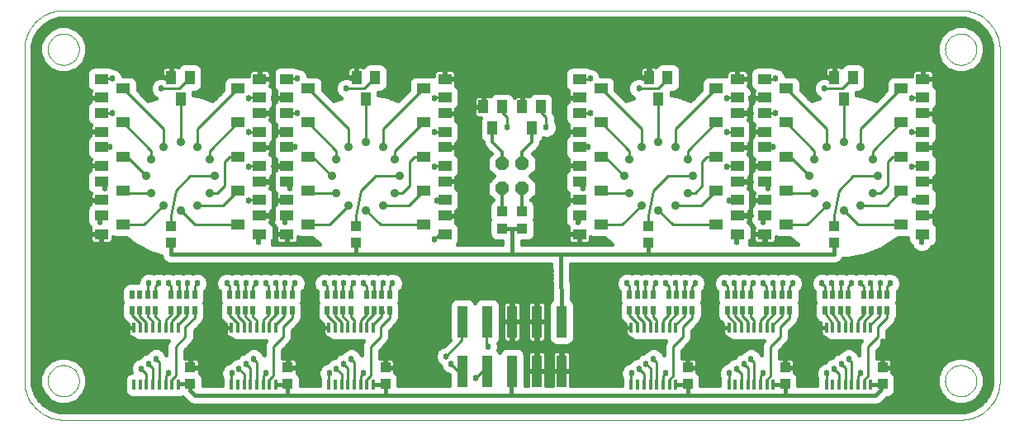
<source format=gtl>
G75*
G70*
%OFA0B0*%
%FSLAX24Y24*%
%IPPOS*%
%LPD*%
%AMOC8*
5,1,8,0,0,1.08239X$1,22.5*
%
%ADD10C,0.0000*%
%ADD11R,0.0394X0.0551*%
%ADD12R,0.0551X0.0394*%
%ADD13R,0.0197X0.0354*%
%ADD14OC8,0.0560*%
%ADD15R,0.0433X0.0394*%
%ADD16R,0.0394X0.0433*%
%ADD17R,0.0120X0.0390*%
%ADD18R,0.0400X0.1300*%
%ADD19C,0.0356*%
%ADD20C,0.0100*%
%ADD21C,0.0160*%
%ADD22C,0.0246*%
%ADD23C,0.0277*%
%ADD24C,0.0240*%
%ADD25C,0.0120*%
D10*
X001755Y000180D02*
X037975Y000180D01*
X037345Y001755D02*
X037347Y001805D01*
X037353Y001855D01*
X037363Y001904D01*
X037377Y001952D01*
X037394Y001999D01*
X037415Y002044D01*
X037440Y002088D01*
X037468Y002129D01*
X037500Y002168D01*
X037534Y002205D01*
X037571Y002239D01*
X037611Y002269D01*
X037653Y002296D01*
X037697Y002320D01*
X037743Y002341D01*
X037790Y002357D01*
X037838Y002370D01*
X037888Y002379D01*
X037937Y002384D01*
X037988Y002385D01*
X038038Y002382D01*
X038087Y002375D01*
X038136Y002364D01*
X038184Y002349D01*
X038230Y002331D01*
X038275Y002309D01*
X038318Y002283D01*
X038359Y002254D01*
X038398Y002222D01*
X038434Y002187D01*
X038466Y002149D01*
X038496Y002109D01*
X038523Y002066D01*
X038546Y002022D01*
X038565Y001976D01*
X038581Y001928D01*
X038593Y001879D01*
X038601Y001830D01*
X038605Y001780D01*
X038605Y001730D01*
X038601Y001680D01*
X038593Y001631D01*
X038581Y001582D01*
X038565Y001534D01*
X038546Y001488D01*
X038523Y001444D01*
X038496Y001401D01*
X038466Y001361D01*
X038434Y001323D01*
X038398Y001288D01*
X038359Y001256D01*
X038318Y001227D01*
X038275Y001201D01*
X038230Y001179D01*
X038184Y001161D01*
X038136Y001146D01*
X038087Y001135D01*
X038038Y001128D01*
X037988Y001125D01*
X037937Y001126D01*
X037888Y001131D01*
X037838Y001140D01*
X037790Y001153D01*
X037743Y001169D01*
X037697Y001190D01*
X037653Y001214D01*
X037611Y001241D01*
X037571Y001271D01*
X037534Y001305D01*
X037500Y001342D01*
X037468Y001381D01*
X037440Y001422D01*
X037415Y001466D01*
X037394Y001511D01*
X037377Y001558D01*
X037363Y001606D01*
X037353Y001655D01*
X037347Y001705D01*
X037345Y001755D01*
X037975Y000180D02*
X038052Y000182D01*
X038129Y000188D01*
X038206Y000197D01*
X038282Y000210D01*
X038358Y000227D01*
X038432Y000248D01*
X038506Y000272D01*
X038578Y000300D01*
X038648Y000331D01*
X038717Y000366D01*
X038785Y000404D01*
X038850Y000445D01*
X038913Y000490D01*
X038974Y000538D01*
X039033Y000588D01*
X039089Y000641D01*
X039142Y000697D01*
X039192Y000756D01*
X039240Y000817D01*
X039285Y000880D01*
X039326Y000945D01*
X039364Y001013D01*
X039399Y001082D01*
X039430Y001152D01*
X039458Y001224D01*
X039482Y001298D01*
X039503Y001372D01*
X039520Y001448D01*
X039533Y001524D01*
X039542Y001601D01*
X039548Y001678D01*
X039550Y001755D01*
X039550Y015141D01*
X037345Y015141D02*
X037347Y015191D01*
X037353Y015241D01*
X037363Y015290D01*
X037377Y015338D01*
X037394Y015385D01*
X037415Y015430D01*
X037440Y015474D01*
X037468Y015515D01*
X037500Y015554D01*
X037534Y015591D01*
X037571Y015625D01*
X037611Y015655D01*
X037653Y015682D01*
X037697Y015706D01*
X037743Y015727D01*
X037790Y015743D01*
X037838Y015756D01*
X037888Y015765D01*
X037937Y015770D01*
X037988Y015771D01*
X038038Y015768D01*
X038087Y015761D01*
X038136Y015750D01*
X038184Y015735D01*
X038230Y015717D01*
X038275Y015695D01*
X038318Y015669D01*
X038359Y015640D01*
X038398Y015608D01*
X038434Y015573D01*
X038466Y015535D01*
X038496Y015495D01*
X038523Y015452D01*
X038546Y015408D01*
X038565Y015362D01*
X038581Y015314D01*
X038593Y015265D01*
X038601Y015216D01*
X038605Y015166D01*
X038605Y015116D01*
X038601Y015066D01*
X038593Y015017D01*
X038581Y014968D01*
X038565Y014920D01*
X038546Y014874D01*
X038523Y014830D01*
X038496Y014787D01*
X038466Y014747D01*
X038434Y014709D01*
X038398Y014674D01*
X038359Y014642D01*
X038318Y014613D01*
X038275Y014587D01*
X038230Y014565D01*
X038184Y014547D01*
X038136Y014532D01*
X038087Y014521D01*
X038038Y014514D01*
X037988Y014511D01*
X037937Y014512D01*
X037888Y014517D01*
X037838Y014526D01*
X037790Y014539D01*
X037743Y014555D01*
X037697Y014576D01*
X037653Y014600D01*
X037611Y014627D01*
X037571Y014657D01*
X037534Y014691D01*
X037500Y014728D01*
X037468Y014767D01*
X037440Y014808D01*
X037415Y014852D01*
X037394Y014897D01*
X037377Y014944D01*
X037363Y014992D01*
X037353Y015041D01*
X037347Y015091D01*
X037345Y015141D01*
X037975Y016716D02*
X038052Y016714D01*
X038129Y016708D01*
X038206Y016699D01*
X038282Y016686D01*
X038358Y016669D01*
X038432Y016648D01*
X038506Y016624D01*
X038578Y016596D01*
X038648Y016565D01*
X038717Y016530D01*
X038785Y016492D01*
X038850Y016451D01*
X038913Y016406D01*
X038974Y016358D01*
X039033Y016308D01*
X039089Y016255D01*
X039142Y016199D01*
X039192Y016140D01*
X039240Y016079D01*
X039285Y016016D01*
X039326Y015951D01*
X039364Y015883D01*
X039399Y015814D01*
X039430Y015744D01*
X039458Y015672D01*
X039482Y015598D01*
X039503Y015524D01*
X039520Y015448D01*
X039533Y015372D01*
X039542Y015295D01*
X039548Y015218D01*
X039550Y015141D01*
X037975Y016715D02*
X001755Y016715D01*
X001125Y015141D02*
X001127Y015191D01*
X001133Y015241D01*
X001143Y015290D01*
X001157Y015338D01*
X001174Y015385D01*
X001195Y015430D01*
X001220Y015474D01*
X001248Y015515D01*
X001280Y015554D01*
X001314Y015591D01*
X001351Y015625D01*
X001391Y015655D01*
X001433Y015682D01*
X001477Y015706D01*
X001523Y015727D01*
X001570Y015743D01*
X001618Y015756D01*
X001668Y015765D01*
X001717Y015770D01*
X001768Y015771D01*
X001818Y015768D01*
X001867Y015761D01*
X001916Y015750D01*
X001964Y015735D01*
X002010Y015717D01*
X002055Y015695D01*
X002098Y015669D01*
X002139Y015640D01*
X002178Y015608D01*
X002214Y015573D01*
X002246Y015535D01*
X002276Y015495D01*
X002303Y015452D01*
X002326Y015408D01*
X002345Y015362D01*
X002361Y015314D01*
X002373Y015265D01*
X002381Y015216D01*
X002385Y015166D01*
X002385Y015116D01*
X002381Y015066D01*
X002373Y015017D01*
X002361Y014968D01*
X002345Y014920D01*
X002326Y014874D01*
X002303Y014830D01*
X002276Y014787D01*
X002246Y014747D01*
X002214Y014709D01*
X002178Y014674D01*
X002139Y014642D01*
X002098Y014613D01*
X002055Y014587D01*
X002010Y014565D01*
X001964Y014547D01*
X001916Y014532D01*
X001867Y014521D01*
X001818Y014514D01*
X001768Y014511D01*
X001717Y014512D01*
X001668Y014517D01*
X001618Y014526D01*
X001570Y014539D01*
X001523Y014555D01*
X001477Y014576D01*
X001433Y014600D01*
X001391Y014627D01*
X001351Y014657D01*
X001314Y014691D01*
X001280Y014728D01*
X001248Y014767D01*
X001220Y014808D01*
X001195Y014852D01*
X001174Y014897D01*
X001157Y014944D01*
X001143Y014992D01*
X001133Y015041D01*
X001127Y015091D01*
X001125Y015141D01*
X000180Y015141D02*
X000182Y015218D01*
X000188Y015295D01*
X000197Y015372D01*
X000210Y015448D01*
X000227Y015524D01*
X000248Y015598D01*
X000272Y015672D01*
X000300Y015744D01*
X000331Y015814D01*
X000366Y015883D01*
X000404Y015951D01*
X000445Y016016D01*
X000490Y016079D01*
X000538Y016140D01*
X000588Y016199D01*
X000641Y016255D01*
X000697Y016308D01*
X000756Y016358D01*
X000817Y016406D01*
X000880Y016451D01*
X000945Y016492D01*
X001013Y016530D01*
X001082Y016565D01*
X001152Y016596D01*
X001224Y016624D01*
X001298Y016648D01*
X001372Y016669D01*
X001448Y016686D01*
X001524Y016699D01*
X001601Y016708D01*
X001678Y016714D01*
X001755Y016716D01*
X000180Y015141D02*
X000180Y001755D01*
X001125Y001755D02*
X001127Y001805D01*
X001133Y001855D01*
X001143Y001904D01*
X001157Y001952D01*
X001174Y001999D01*
X001195Y002044D01*
X001220Y002088D01*
X001248Y002129D01*
X001280Y002168D01*
X001314Y002205D01*
X001351Y002239D01*
X001391Y002269D01*
X001433Y002296D01*
X001477Y002320D01*
X001523Y002341D01*
X001570Y002357D01*
X001618Y002370D01*
X001668Y002379D01*
X001717Y002384D01*
X001768Y002385D01*
X001818Y002382D01*
X001867Y002375D01*
X001916Y002364D01*
X001964Y002349D01*
X002010Y002331D01*
X002055Y002309D01*
X002098Y002283D01*
X002139Y002254D01*
X002178Y002222D01*
X002214Y002187D01*
X002246Y002149D01*
X002276Y002109D01*
X002303Y002066D01*
X002326Y002022D01*
X002345Y001976D01*
X002361Y001928D01*
X002373Y001879D01*
X002381Y001830D01*
X002385Y001780D01*
X002385Y001730D01*
X002381Y001680D01*
X002373Y001631D01*
X002361Y001582D01*
X002345Y001534D01*
X002326Y001488D01*
X002303Y001444D01*
X002276Y001401D01*
X002246Y001361D01*
X002214Y001323D01*
X002178Y001288D01*
X002139Y001256D01*
X002098Y001227D01*
X002055Y001201D01*
X002010Y001179D01*
X001964Y001161D01*
X001916Y001146D01*
X001867Y001135D01*
X001818Y001128D01*
X001768Y001125D01*
X001717Y001126D01*
X001668Y001131D01*
X001618Y001140D01*
X001570Y001153D01*
X001523Y001169D01*
X001477Y001190D01*
X001433Y001214D01*
X001391Y001241D01*
X001351Y001271D01*
X001314Y001305D01*
X001280Y001342D01*
X001248Y001381D01*
X001220Y001422D01*
X001195Y001466D01*
X001174Y001511D01*
X001157Y001558D01*
X001143Y001606D01*
X001133Y001655D01*
X001127Y001705D01*
X001125Y001755D01*
X000180Y001755D02*
X000182Y001678D01*
X000188Y001601D01*
X000197Y001524D01*
X000210Y001448D01*
X000227Y001372D01*
X000248Y001298D01*
X000272Y001224D01*
X000300Y001152D01*
X000331Y001082D01*
X000366Y001013D01*
X000404Y000945D01*
X000445Y000880D01*
X000490Y000817D01*
X000538Y000756D01*
X000588Y000697D01*
X000641Y000641D01*
X000697Y000588D01*
X000756Y000538D01*
X000817Y000490D01*
X000880Y000445D01*
X000945Y000404D01*
X001013Y000366D01*
X001082Y000331D01*
X001152Y000300D01*
X001224Y000272D01*
X001298Y000248D01*
X001372Y000227D01*
X001448Y000210D01*
X001524Y000197D01*
X001601Y000188D01*
X001678Y000182D01*
X001755Y000180D01*
D11*
X019078Y011952D03*
X020652Y011952D03*
X020278Y012818D03*
X021026Y012818D03*
X019452Y012818D03*
X018704Y012818D03*
X014334Y013999D03*
X013586Y013999D03*
X013960Y013133D03*
X006853Y013999D03*
X006105Y013999D03*
X006479Y013133D03*
X025397Y013999D03*
X026145Y013999D03*
X025771Y013133D03*
X032877Y013999D03*
X033625Y013999D03*
X033251Y013133D03*
D12*
X035574Y013566D03*
X036440Y013940D03*
X036440Y013192D03*
X036440Y012562D03*
X035574Y012188D03*
X036440Y011814D03*
X036440Y011184D03*
X035574Y010810D03*
X036440Y010436D03*
X036440Y009806D03*
X035574Y009432D03*
X036440Y009058D03*
X036440Y008428D03*
X035574Y008054D03*
X036440Y007680D03*
X030928Y008054D03*
X030062Y007680D03*
X028960Y007680D03*
X028093Y008054D03*
X028960Y008428D03*
X030062Y008428D03*
X030062Y009058D03*
X030928Y009432D03*
X030062Y009806D03*
X030062Y010436D03*
X030928Y010810D03*
X030062Y011184D03*
X030062Y011814D03*
X030928Y012188D03*
X030062Y012562D03*
X028960Y012562D03*
X028093Y012188D03*
X028960Y011814D03*
X028960Y011184D03*
X028093Y010810D03*
X028960Y010436D03*
X028960Y009806D03*
X028093Y009432D03*
X028960Y009058D03*
X023448Y009432D03*
X022582Y009806D03*
X022582Y010436D03*
X023448Y010810D03*
X022582Y011184D03*
X022582Y011814D03*
X023448Y012188D03*
X022582Y012562D03*
X022582Y013192D03*
X023448Y013566D03*
X022582Y013940D03*
X017149Y013940D03*
X016282Y013566D03*
X017149Y013192D03*
X017149Y012562D03*
X016282Y012188D03*
X017149Y011814D03*
X017149Y011184D03*
X016282Y010810D03*
X017149Y010436D03*
X017149Y009806D03*
X016282Y009432D03*
X017149Y009058D03*
X017149Y008428D03*
X016282Y008054D03*
X017149Y007680D03*
X022582Y007680D03*
X023448Y008054D03*
X022582Y008428D03*
X022582Y009058D03*
X028960Y013192D03*
X028093Y013566D03*
X028960Y013940D03*
X030062Y013940D03*
X030928Y013566D03*
X030062Y013192D03*
X011637Y013566D03*
X010771Y013940D03*
X009668Y013940D03*
X008802Y013566D03*
X009668Y013192D03*
X010771Y013192D03*
X010771Y012562D03*
X011637Y012188D03*
X010771Y011814D03*
X010771Y011184D03*
X011637Y010810D03*
X010771Y010436D03*
X010771Y009806D03*
X011637Y009432D03*
X010771Y009058D03*
X009668Y009058D03*
X008802Y009432D03*
X009668Y009806D03*
X009668Y010436D03*
X008802Y010810D03*
X009668Y011184D03*
X009668Y011814D03*
X008802Y012188D03*
X009668Y012562D03*
X004156Y012188D03*
X003290Y012562D03*
X003290Y013192D03*
X004156Y013566D03*
X003290Y013940D03*
X003290Y011814D03*
X003290Y011184D03*
X004156Y010810D03*
X003290Y010436D03*
X003290Y009806D03*
X004156Y009432D03*
X003290Y009058D03*
X003290Y008428D03*
X004156Y008054D03*
X003290Y007680D03*
X008802Y008054D03*
X009668Y007680D03*
X010771Y007680D03*
X011637Y008054D03*
X010771Y008428D03*
X009668Y008428D03*
D13*
X009412Y005219D03*
X009097Y005219D03*
X008782Y005219D03*
X008467Y005219D03*
X008467Y004589D03*
X008782Y004589D03*
X009097Y004589D03*
X009412Y004589D03*
X010042Y004589D03*
X010357Y004589D03*
X010672Y004589D03*
X010987Y004589D03*
X010987Y005219D03*
X010672Y005219D03*
X010357Y005219D03*
X010042Y005219D03*
X012404Y005219D03*
X012719Y005219D03*
X013034Y005219D03*
X013349Y005219D03*
X013979Y005219D03*
X014294Y005219D03*
X014609Y005219D03*
X014924Y005219D03*
X014924Y004589D03*
X014609Y004589D03*
X014294Y004589D03*
X013979Y004589D03*
X013349Y004589D03*
X013034Y004589D03*
X012719Y004589D03*
X012404Y004589D03*
X007050Y004589D03*
X006735Y004589D03*
X006420Y004589D03*
X006105Y004589D03*
X005475Y004589D03*
X005160Y004589D03*
X004845Y004589D03*
X004530Y004589D03*
X004530Y005219D03*
X004845Y005219D03*
X005160Y005219D03*
X005475Y005219D03*
X006105Y005219D03*
X006420Y005219D03*
X006735Y005219D03*
X007050Y005219D03*
X024609Y005219D03*
X024924Y005219D03*
X025239Y005219D03*
X025554Y005219D03*
X026184Y005219D03*
X026499Y005219D03*
X026814Y005219D03*
X027129Y005219D03*
X027129Y004589D03*
X026814Y004589D03*
X026499Y004589D03*
X026184Y004589D03*
X025554Y004589D03*
X025239Y004589D03*
X024924Y004589D03*
X024609Y004589D03*
X028546Y004589D03*
X028861Y004589D03*
X029176Y004589D03*
X029491Y004589D03*
X030121Y004589D03*
X030436Y004589D03*
X030751Y004589D03*
X031066Y004589D03*
X031066Y005219D03*
X030751Y005219D03*
X030436Y005219D03*
X030121Y005219D03*
X029491Y005219D03*
X029176Y005219D03*
X028861Y005219D03*
X028546Y005219D03*
X032483Y005219D03*
X032798Y005219D03*
X033113Y005219D03*
X033428Y005219D03*
X034058Y005219D03*
X034373Y005219D03*
X034688Y005219D03*
X035003Y005219D03*
X035003Y004589D03*
X034688Y004589D03*
X034373Y004589D03*
X034058Y004589D03*
X033428Y004589D03*
X033113Y004589D03*
X032798Y004589D03*
X032483Y004589D03*
D14*
X020259Y009523D03*
X019471Y009523D03*
X019471Y010523D03*
X020259Y010523D03*
D15*
X020259Y008586D03*
X019471Y008586D03*
X019471Y007916D03*
X020259Y007916D03*
X025377Y007995D03*
X025377Y007326D03*
X032857Y007326D03*
X032857Y007995D03*
X013566Y007995D03*
X013566Y007326D03*
X006086Y007326D03*
X006086Y007995D03*
D16*
X006873Y002286D03*
X006873Y001617D03*
X010810Y001617D03*
X010810Y002286D03*
X014747Y002286D03*
X014747Y001617D03*
X026952Y001617D03*
X026952Y002286D03*
X030889Y002286D03*
X030889Y001617D03*
X034826Y001617D03*
X034826Y002286D03*
D17*
X034343Y001590D03*
X034087Y001590D03*
X033832Y001590D03*
X033576Y001590D03*
X033320Y001590D03*
X033064Y001590D03*
X032808Y001590D03*
X032552Y001590D03*
X030406Y001590D03*
X030150Y001590D03*
X029895Y001590D03*
X029639Y001590D03*
X029383Y001590D03*
X029127Y001590D03*
X028871Y001590D03*
X028615Y001590D03*
X026469Y001590D03*
X026213Y001590D03*
X025958Y001590D03*
X025702Y001590D03*
X025446Y001590D03*
X025190Y001590D03*
X024934Y001590D03*
X024678Y001590D03*
X024678Y003888D03*
X024934Y003888D03*
X025190Y003888D03*
X025446Y003888D03*
X025702Y003888D03*
X025958Y003888D03*
X026213Y003888D03*
X026469Y003888D03*
X028615Y003888D03*
X028871Y003888D03*
X029127Y003888D03*
X029383Y003888D03*
X029639Y003888D03*
X029895Y003888D03*
X030150Y003888D03*
X030406Y003888D03*
X032552Y003888D03*
X032808Y003888D03*
X033064Y003888D03*
X033320Y003888D03*
X033576Y003888D03*
X033832Y003888D03*
X034087Y003888D03*
X034343Y003888D03*
X014265Y003888D03*
X014009Y003888D03*
X013753Y003888D03*
X013497Y003888D03*
X013241Y003888D03*
X012985Y003888D03*
X012729Y003888D03*
X012473Y003888D03*
X010328Y003888D03*
X010072Y003888D03*
X009816Y003888D03*
X009560Y003888D03*
X009304Y003888D03*
X009048Y003888D03*
X008792Y003888D03*
X008536Y003888D03*
X006391Y003888D03*
X006135Y003888D03*
X005879Y003888D03*
X005623Y003888D03*
X005367Y003888D03*
X005111Y003888D03*
X004855Y003888D03*
X004599Y003888D03*
X004599Y001590D03*
X004855Y001590D03*
X005111Y001590D03*
X005367Y001590D03*
X005623Y001590D03*
X005879Y001590D03*
X006135Y001590D03*
X006391Y001590D03*
X008536Y001590D03*
X008792Y001590D03*
X009048Y001590D03*
X009304Y001590D03*
X009560Y001590D03*
X009816Y001590D03*
X010072Y001590D03*
X010328Y001590D03*
X012473Y001590D03*
X012729Y001590D03*
X012985Y001590D03*
X013241Y001590D03*
X013497Y001590D03*
X013753Y001590D03*
X014009Y001590D03*
X014265Y001590D03*
D18*
X017861Y002141D03*
X018861Y002141D03*
X019861Y002141D03*
X020861Y002141D03*
X021861Y002141D03*
X021861Y004141D03*
X020861Y004141D03*
X019861Y004141D03*
X018861Y004141D03*
X017861Y004141D03*
D19*
X013960Y008645D03*
X014649Y008841D03*
X015141Y009334D03*
X015337Y010023D03*
X015141Y010711D03*
X014649Y011204D03*
X013960Y011400D03*
X013271Y011204D03*
X012778Y010711D03*
X012582Y010023D03*
X012778Y009334D03*
X013271Y008841D03*
X007857Y010023D03*
X007660Y010711D03*
X007168Y011204D03*
X006479Y011400D03*
X005790Y011204D03*
X005298Y010711D03*
X005101Y010023D03*
X005298Y009334D03*
X005790Y008841D03*
X006479Y008645D03*
X007168Y008841D03*
X007660Y009334D03*
X024393Y010023D03*
X024589Y010711D03*
X025082Y011204D03*
X025771Y011400D03*
X026460Y011204D03*
X026952Y010711D03*
X027149Y010023D03*
X026952Y009334D03*
X026460Y008841D03*
X025771Y008645D03*
X025082Y008841D03*
X024589Y009334D03*
X031873Y010023D03*
X032070Y010711D03*
X032562Y011204D03*
X033251Y011400D03*
X033940Y011204D03*
X034432Y010711D03*
X034629Y010023D03*
X034432Y009334D03*
X033940Y008841D03*
X033251Y008645D03*
X032562Y008841D03*
X032070Y009334D03*
D20*
X031026Y009334D01*
X030928Y009432D01*
X030200Y009530D02*
X030062Y009767D01*
X030062Y009806D01*
X028960Y010436D02*
X028546Y010436D01*
X028526Y010416D01*
X028093Y010810D02*
X027739Y010810D01*
X027542Y010613D01*
X027542Y009629D01*
X027247Y009334D01*
X026952Y009334D01*
X026460Y008841D02*
X027503Y008841D01*
X028093Y009432D01*
X028625Y009038D02*
X028645Y009058D01*
X028960Y009058D01*
X030062Y008428D02*
X030062Y008310D01*
X030003Y008152D01*
X030928Y008054D02*
X031774Y008054D01*
X032562Y008841D01*
X032857Y008448D02*
X033054Y009432D01*
X033645Y010023D01*
X034629Y010023D01*
X035023Y009629D02*
X035023Y010613D01*
X035219Y010810D01*
X035574Y010810D01*
X036007Y010416D02*
X036026Y010436D01*
X036440Y010436D01*
X035023Y009629D02*
X034727Y009334D01*
X034432Y009334D01*
X033940Y008841D02*
X034983Y008841D01*
X035574Y009432D01*
X036105Y009038D02*
X036400Y009038D01*
X035574Y008054D02*
X033841Y008054D01*
X033251Y008645D01*
X032857Y008448D02*
X032857Y007995D01*
X036400Y007542D02*
X036400Y007365D01*
X036400Y007542D02*
X036440Y007680D01*
X035121Y005692D02*
X035003Y005574D01*
X035003Y005219D01*
X034688Y005219D02*
X034688Y005652D01*
X034727Y005692D01*
X034373Y005652D02*
X034334Y005692D01*
X034373Y005652D02*
X034373Y005219D01*
X034058Y005219D02*
X034058Y005574D01*
X033940Y005692D01*
X033546Y005692D02*
X033428Y005574D01*
X033428Y005219D01*
X033113Y005219D02*
X033113Y005652D01*
X033152Y005692D01*
X032798Y005652D02*
X032759Y005692D01*
X032798Y005652D02*
X032798Y005219D01*
X032483Y005219D02*
X032483Y005574D01*
X032365Y005692D01*
X031184Y005692D02*
X031066Y005574D01*
X031066Y005219D01*
X030751Y005219D02*
X030751Y005652D01*
X030790Y005692D01*
X030436Y005652D02*
X030397Y005692D01*
X030436Y005652D02*
X030436Y005219D01*
X030121Y005219D02*
X030121Y005574D01*
X030003Y005692D01*
X029609Y005692D02*
X029491Y005574D01*
X029491Y005219D01*
X029176Y005219D02*
X029176Y005652D01*
X029215Y005692D01*
X028861Y005652D02*
X028822Y005692D01*
X028861Y005652D02*
X028861Y005219D01*
X028546Y005219D02*
X028546Y005574D01*
X028428Y005692D01*
X027247Y005692D02*
X027129Y005574D01*
X027129Y005219D01*
X026814Y005219D02*
X026814Y005652D01*
X026853Y005692D01*
X026499Y005652D02*
X026460Y005692D01*
X026499Y005652D02*
X026499Y005219D01*
X026184Y005219D02*
X026184Y005574D01*
X026066Y005692D01*
X025672Y005692D02*
X025554Y005574D01*
X025554Y005219D01*
X025239Y005219D02*
X025239Y005652D01*
X025278Y005692D01*
X024924Y005652D02*
X024885Y005692D01*
X024924Y005652D02*
X024924Y005219D01*
X024609Y005219D02*
X024609Y005574D01*
X024491Y005692D01*
X024609Y004589D02*
X024609Y004393D01*
X024934Y004068D01*
X024934Y003888D01*
X025190Y003888D02*
X025190Y004107D01*
X024924Y004373D01*
X024924Y004589D01*
X025239Y004589D02*
X025239Y004353D01*
X025446Y004147D01*
X025446Y003888D01*
X025702Y003888D02*
X025702Y004186D01*
X025554Y004334D01*
X025554Y004589D01*
X025958Y004206D02*
X026184Y004432D01*
X026184Y004589D01*
X026499Y004589D02*
X026499Y004452D01*
X026213Y004166D01*
X026213Y003888D01*
X025958Y003888D02*
X025958Y004206D01*
X026469Y004028D02*
X026814Y004373D01*
X026814Y004589D01*
X026832Y004572D01*
X027129Y004589D02*
X027129Y004294D01*
X026755Y003920D01*
X026755Y003526D01*
X026361Y003133D01*
X026361Y001952D01*
X026213Y001804D01*
X026213Y001590D01*
X025958Y001590D02*
X025958Y001942D01*
X026066Y002050D01*
X025967Y001952D01*
X025702Y001590D02*
X025702Y002513D01*
X025574Y002641D01*
X025278Y002444D02*
X025446Y002276D01*
X025446Y001590D01*
X025190Y001590D02*
X025190Y002040D01*
X024983Y002247D01*
X024688Y002050D02*
X024678Y002040D01*
X024678Y001590D01*
X028615Y001590D02*
X028615Y002040D01*
X028625Y002050D01*
X028920Y002247D02*
X029127Y002040D01*
X029127Y001590D01*
X029383Y001590D02*
X029383Y002276D01*
X029215Y002444D01*
X029511Y002641D02*
X029639Y002513D01*
X029639Y001590D01*
X029895Y001590D02*
X029895Y001942D01*
X030003Y002050D01*
X029904Y001952D01*
X030150Y001804D02*
X030298Y001952D01*
X030298Y003133D01*
X030692Y003526D01*
X030692Y003920D01*
X031066Y004294D01*
X031066Y004589D01*
X030769Y004572D02*
X030751Y004589D01*
X030751Y004373D01*
X030406Y004028D01*
X030406Y003888D01*
X030150Y003888D02*
X030150Y004166D01*
X030436Y004452D01*
X030436Y004589D01*
X030121Y004589D02*
X030121Y004432D01*
X029895Y004206D01*
X029895Y003888D01*
X029639Y003888D02*
X029639Y004186D01*
X029491Y004334D01*
X029491Y004589D01*
X029176Y004589D02*
X029162Y004576D01*
X029162Y004367D01*
X029383Y004147D01*
X029383Y003888D01*
X029127Y003888D02*
X029127Y004107D01*
X028861Y004373D01*
X028861Y004589D01*
X028546Y004589D02*
X028546Y004393D01*
X028871Y004068D01*
X028871Y003888D01*
X028615Y003888D02*
X028362Y003888D01*
X028330Y003920D01*
X026469Y003888D02*
X026469Y004028D01*
X024678Y003888D02*
X024425Y003888D01*
X024393Y003920D01*
X018861Y004141D02*
X018841Y003172D01*
X018881Y003133D01*
X017841Y003385D02*
X017208Y002739D01*
X017404Y002444D02*
X017743Y002093D01*
X017861Y002141D01*
X018389Y001853D02*
X018676Y002141D01*
X018861Y002141D01*
X017841Y003385D02*
X017861Y004141D01*
X014924Y004294D02*
X014550Y003920D01*
X014550Y003526D01*
X014156Y003133D01*
X014156Y001952D01*
X014009Y001804D01*
X014009Y001590D01*
X013753Y001590D02*
X013753Y001942D01*
X013861Y002050D01*
X013763Y001952D01*
X013497Y001590D02*
X013497Y002513D01*
X013369Y002641D01*
X013074Y002444D02*
X013241Y002276D01*
X013241Y001590D01*
X012985Y001590D02*
X012985Y002040D01*
X012778Y002247D01*
X012483Y002050D02*
X012473Y002040D01*
X012473Y001590D01*
X010810Y001617D02*
X010810Y001164D01*
X014723Y001164D01*
X014747Y001188D01*
X010219Y001952D02*
X010072Y001804D01*
X010072Y001590D01*
X009826Y001600D02*
X009826Y001952D01*
X009924Y002050D01*
X010219Y001952D02*
X010219Y003133D01*
X010613Y003526D01*
X010613Y003920D01*
X010987Y004294D01*
X010987Y004589D01*
X010690Y004572D02*
X010672Y004589D01*
X010672Y004373D01*
X010328Y004028D01*
X010328Y003888D01*
X010072Y003888D02*
X010072Y004166D01*
X010357Y004452D01*
X010357Y004589D01*
X010042Y004589D02*
X010042Y004432D01*
X009816Y004206D01*
X009816Y003888D01*
X009560Y003888D02*
X009560Y004186D01*
X009412Y004334D01*
X009412Y004589D01*
X009097Y004589D02*
X009084Y004576D01*
X009084Y004367D01*
X009304Y004147D01*
X009304Y003888D01*
X009048Y003888D02*
X009048Y004107D01*
X008782Y004373D01*
X008782Y004589D01*
X008467Y004589D02*
X008467Y004393D01*
X008792Y004068D01*
X008792Y003888D01*
X008536Y003888D02*
X008283Y003888D01*
X008251Y003920D01*
X007050Y004294D02*
X006676Y003920D01*
X006676Y003526D01*
X006282Y003133D01*
X006282Y001952D01*
X006135Y001804D01*
X006135Y001590D01*
X005879Y001590D02*
X005879Y001942D01*
X005987Y002050D01*
X005623Y001590D02*
X005623Y002513D01*
X005495Y002641D01*
X005200Y002444D02*
X005367Y002276D01*
X005367Y001590D01*
X005111Y001590D02*
X005111Y002040D01*
X004904Y002247D01*
X008536Y001942D02*
X008536Y001590D01*
X009048Y001590D02*
X009048Y002040D01*
X008841Y002247D01*
X008546Y002050D02*
X008536Y001942D01*
X009137Y002444D02*
X009304Y002276D01*
X009304Y001590D01*
X009560Y001590D02*
X009560Y002513D01*
X009432Y002641D01*
X009826Y001600D02*
X009816Y001590D01*
X012188Y003920D02*
X012220Y003888D01*
X012473Y003888D01*
X012729Y003888D02*
X012729Y004068D01*
X012404Y004393D01*
X012404Y004589D01*
X012719Y004589D02*
X012719Y004373D01*
X012985Y004107D01*
X012985Y003888D01*
X013241Y003888D02*
X013241Y004147D01*
X013021Y004367D01*
X013021Y004576D01*
X013034Y004589D01*
X013349Y004589D02*
X013349Y004334D01*
X013497Y004186D01*
X013497Y003888D01*
X013753Y003888D02*
X013753Y004206D01*
X013979Y004432D01*
X013979Y004589D01*
X014294Y004589D02*
X014294Y004452D01*
X014009Y004166D01*
X014009Y003888D01*
X014265Y003888D02*
X014265Y004028D01*
X014609Y004373D01*
X014609Y004589D01*
X014649Y004550D01*
X014649Y004511D01*
X014627Y004489D01*
X014924Y004589D02*
X014924Y004294D01*
X014924Y005219D02*
X014924Y005574D01*
X015042Y005692D01*
X014649Y005692D02*
X014609Y005652D01*
X014609Y005219D01*
X014294Y005219D02*
X014294Y005652D01*
X014255Y005692D01*
X013979Y005574D02*
X013861Y005692D01*
X013979Y005574D02*
X013979Y005219D01*
X013349Y005219D02*
X013349Y005574D01*
X013467Y005692D01*
X013074Y005692D02*
X013034Y005652D01*
X013034Y005219D01*
X012719Y005219D02*
X012719Y005652D01*
X012680Y005692D01*
X012404Y005574D02*
X012286Y005692D01*
X012404Y005574D02*
X012404Y005219D01*
X011105Y005692D02*
X010987Y005574D01*
X010987Y005219D01*
X010672Y005219D02*
X010672Y005652D01*
X010711Y005692D01*
X010357Y005652D02*
X010318Y005692D01*
X010357Y005652D02*
X010357Y005219D01*
X010042Y005219D02*
X010042Y005574D01*
X009924Y005692D01*
X009530Y005692D02*
X009412Y005574D01*
X009412Y005219D01*
X009097Y005219D02*
X009097Y005652D01*
X009137Y005692D01*
X008782Y005652D02*
X008743Y005692D01*
X008782Y005652D02*
X008782Y005219D01*
X008467Y005219D02*
X008467Y005574D01*
X008349Y005692D01*
X007168Y005692D02*
X007050Y005574D01*
X007050Y005219D01*
X006735Y005219D02*
X006735Y005652D01*
X006774Y005692D01*
X006420Y005652D02*
X006381Y005692D01*
X006420Y005652D02*
X006420Y005219D01*
X006105Y005219D02*
X006105Y005574D01*
X005987Y005692D01*
X005593Y005692D02*
X005475Y005574D01*
X005475Y005219D01*
X005160Y005219D02*
X005160Y005652D01*
X005200Y005692D01*
X005160Y004589D02*
X005160Y004353D01*
X005367Y004147D01*
X005367Y003888D01*
X005111Y003888D02*
X005111Y004107D01*
X004845Y004373D01*
X004845Y004589D01*
X004530Y004589D02*
X004530Y004393D01*
X004855Y004068D01*
X004855Y003888D01*
X004599Y003888D02*
X004346Y003888D01*
X004314Y003920D01*
X005475Y004334D02*
X005623Y004186D01*
X005623Y003888D01*
X005879Y003888D02*
X005879Y004206D01*
X006105Y004432D01*
X006105Y004589D01*
X006420Y004589D02*
X006420Y004452D01*
X006135Y004166D01*
X006135Y003888D01*
X006391Y003888D02*
X006391Y004028D01*
X006735Y004373D01*
X006735Y004589D01*
X007050Y004589D02*
X007050Y004294D01*
X005475Y004334D02*
X005475Y004589D01*
X009629Y007365D02*
X009629Y007641D01*
X009668Y007680D01*
X008802Y008054D02*
X007070Y008054D01*
X006479Y008645D01*
X006086Y008448D02*
X006282Y009432D01*
X006873Y010023D01*
X007857Y010023D01*
X008251Y009629D02*
X008251Y010613D01*
X008448Y010810D01*
X008802Y010810D01*
X009235Y010416D02*
X009255Y010436D01*
X009668Y010436D01*
X010771Y009806D02*
X010771Y009668D01*
X010908Y009530D01*
X011637Y009432D02*
X011735Y009334D01*
X012778Y009334D01*
X013763Y009432D02*
X014353Y010023D01*
X015337Y010023D01*
X015731Y009629D02*
X015731Y010613D01*
X015928Y010810D01*
X016282Y010810D01*
X016715Y010416D02*
X016735Y010436D01*
X017149Y010436D01*
X015731Y009629D02*
X015436Y009334D01*
X015141Y009334D01*
X015692Y008841D02*
X016282Y009432D01*
X016814Y009038D02*
X016834Y009058D01*
X017149Y009058D01*
X015692Y008841D02*
X014649Y008841D01*
X013960Y008645D02*
X014550Y008054D01*
X016282Y008054D01*
X016715Y007463D02*
X016932Y007680D01*
X017149Y007680D01*
X013566Y007995D02*
X013566Y008448D01*
X013763Y009432D01*
X013271Y008841D02*
X012483Y008054D01*
X011637Y008054D01*
X010771Y008428D02*
X010711Y008369D01*
X010711Y008152D01*
X009668Y009058D02*
X009255Y009058D01*
X009235Y009038D01*
X008802Y009432D02*
X008211Y008841D01*
X007168Y008841D01*
X007660Y009334D02*
X007956Y009334D01*
X008251Y009629D01*
X006086Y008448D02*
X006086Y007995D01*
X005790Y008841D02*
X005003Y008054D01*
X004156Y008054D01*
X003231Y008152D02*
X003231Y008271D01*
X003290Y008428D01*
X004255Y009334D02*
X004156Y009432D01*
X004255Y009334D02*
X005298Y009334D01*
X005101Y010023D02*
X004314Y010810D01*
X004156Y010810D01*
X003625Y011204D02*
X003605Y011184D01*
X003290Y011184D01*
X004156Y012188D02*
X005298Y011046D01*
X005298Y010711D01*
X005790Y011204D02*
X005790Y011932D01*
X004156Y013566D01*
X003723Y013960D02*
X003310Y013960D01*
X003290Y013940D01*
X005692Y013566D02*
X006420Y013566D01*
X006853Y013999D01*
X006479Y013133D02*
X006479Y011400D01*
X007168Y011204D02*
X007168Y011932D01*
X008802Y013566D01*
X009235Y013172D02*
X009255Y013192D01*
X009668Y013192D01*
X010771Y012562D02*
X010790Y012582D01*
X011204Y012582D01*
X011637Y012188D02*
X012778Y011046D01*
X012778Y010711D01*
X013271Y011204D02*
X013271Y011932D01*
X011637Y013566D01*
X011204Y013960D02*
X010790Y013960D01*
X010771Y013940D01*
X013172Y013566D02*
X013900Y013566D01*
X014334Y013999D01*
X016282Y013566D02*
X014649Y011932D01*
X014649Y011204D01*
X013960Y011400D02*
X013960Y013133D01*
X015141Y011046D02*
X016282Y012188D01*
X016715Y011794D02*
X016735Y011814D01*
X017149Y011814D01*
X015141Y011046D02*
X015141Y010711D01*
X012582Y010023D02*
X011794Y010810D01*
X011637Y010810D01*
X011105Y011204D02*
X010790Y011204D01*
X010771Y011184D01*
X009668Y011814D02*
X009255Y011814D01*
X009235Y011794D01*
X008802Y012188D02*
X007660Y011046D01*
X007660Y010711D01*
X003723Y012582D02*
X003704Y012562D01*
X003290Y012562D01*
X003290Y009806D02*
X003428Y009668D01*
X003428Y009530D01*
X016715Y013172D02*
X016735Y013192D01*
X017149Y013192D01*
X019452Y012818D02*
X019452Y012601D01*
X019668Y012385D01*
X019668Y011991D01*
X021026Y012601D02*
X021243Y012385D01*
X021243Y011991D01*
X021026Y012601D02*
X021026Y012818D01*
X022582Y012562D02*
X022995Y012562D01*
X023015Y012582D01*
X023448Y012188D02*
X024589Y011046D01*
X024589Y010711D01*
X024393Y010023D02*
X023605Y010810D01*
X023448Y010810D01*
X022916Y011204D02*
X022897Y011184D01*
X022582Y011184D01*
X025082Y011204D02*
X025082Y011932D01*
X023448Y013566D01*
X023015Y013960D02*
X022995Y013940D01*
X022582Y013940D01*
X024983Y013566D02*
X025771Y013566D01*
X026145Y013940D01*
X026145Y013999D01*
X025771Y013133D02*
X025771Y011400D01*
X026460Y011204D02*
X026460Y011932D01*
X028093Y013566D01*
X028526Y013172D02*
X028546Y013192D01*
X028960Y013192D01*
X030062Y012562D02*
X030475Y012562D01*
X030495Y012582D01*
X030928Y012188D02*
X032070Y011046D01*
X032070Y010711D01*
X031873Y010023D02*
X031086Y010810D01*
X030928Y010810D01*
X030475Y011184D02*
X030062Y011184D01*
X030397Y011204D02*
X030475Y011184D01*
X028960Y011814D02*
X028546Y011814D01*
X028526Y011794D01*
X028093Y012188D02*
X026952Y011046D01*
X026952Y010711D01*
X027149Y010023D02*
X026164Y010023D01*
X025574Y009432D01*
X025377Y008448D01*
X025377Y007995D01*
X025082Y008841D02*
X024294Y008054D01*
X023448Y008054D01*
X022582Y008211D02*
X022523Y008152D01*
X022582Y008211D02*
X022582Y008428D01*
X023546Y009334D02*
X023448Y009432D01*
X023546Y009334D02*
X024589Y009334D01*
X025771Y008645D02*
X026361Y008054D01*
X028093Y008054D01*
X028920Y007641D02*
X028960Y007680D01*
X028920Y007641D02*
X028920Y007365D01*
X022719Y009530D02*
X022582Y009668D01*
X022582Y009806D01*
X030928Y013566D02*
X032562Y011932D01*
X032562Y011204D01*
X033251Y011400D02*
X033251Y013133D01*
X033192Y013566D02*
X032463Y013566D01*
X033192Y013566D02*
X033625Y013999D01*
X035574Y013566D02*
X033940Y011932D01*
X033940Y011204D01*
X034432Y011046D02*
X035574Y012188D01*
X036007Y011794D02*
X036420Y011794D01*
X036440Y011814D01*
X034432Y011046D02*
X034432Y010711D01*
X036007Y013172D02*
X036026Y013192D01*
X036440Y013192D01*
X030495Y013960D02*
X030475Y013940D01*
X030062Y013940D01*
X032483Y004589D02*
X032483Y004491D01*
X032808Y004068D01*
X032808Y003888D01*
X033064Y003888D02*
X033064Y004107D01*
X032798Y004471D01*
X032798Y004589D01*
X033113Y004589D02*
X033113Y004452D01*
X033320Y004147D01*
X033320Y003888D01*
X033576Y003888D02*
X033576Y004186D01*
X033428Y004432D01*
X033428Y004589D01*
X033832Y004206D02*
X034058Y004432D01*
X034058Y004589D01*
X034373Y004589D02*
X034373Y004452D01*
X034087Y004166D01*
X034087Y003888D01*
X033832Y003888D02*
X033832Y004206D01*
X034343Y004028D02*
X034688Y004373D01*
X034688Y004589D01*
X034706Y004572D01*
X035003Y004589D02*
X035003Y004294D01*
X034629Y003920D01*
X034629Y003526D01*
X034235Y003133D01*
X034235Y001952D01*
X034087Y001804D01*
X034087Y001590D01*
X033832Y001590D02*
X033832Y001942D01*
X033940Y002050D01*
X033841Y001952D01*
X033576Y001590D02*
X033576Y002513D01*
X033448Y002641D01*
X033152Y002444D02*
X033320Y002276D01*
X033320Y001590D01*
X033064Y001590D02*
X033064Y002040D01*
X032857Y002247D01*
X032562Y002050D02*
X032552Y002040D01*
X032552Y001590D01*
X030150Y001590D02*
X030150Y001804D01*
X032299Y003888D02*
X032267Y003920D01*
X032299Y003888D02*
X032552Y003888D01*
X034343Y003888D02*
X034343Y004028D01*
D21*
X001275Y000596D02*
X000991Y000759D01*
X000759Y000991D01*
X000596Y001275D01*
X000511Y001591D01*
X000500Y001755D01*
X000500Y015141D01*
X000511Y015304D01*
X000596Y015621D01*
X000759Y015905D01*
X000991Y016136D01*
X001275Y016300D01*
X001591Y016385D01*
X001755Y016395D01*
X037975Y016395D01*
X038139Y016385D01*
X038455Y016300D01*
X038739Y016136D01*
X038971Y015905D01*
X039135Y015621D01*
X039219Y015304D01*
X039230Y015141D01*
X039230Y001755D01*
X039219Y001591D01*
X039135Y001275D01*
X038971Y000991D01*
X038739Y000759D01*
X038455Y000596D01*
X038139Y000511D01*
X037975Y000500D01*
X001755Y000500D01*
X001591Y000511D01*
X001275Y000596D01*
X001275Y000596D01*
X001171Y000656D02*
X038559Y000656D01*
X038794Y000814D02*
X038186Y000814D01*
X038164Y000805D02*
X038513Y000949D01*
X038781Y001217D01*
X038925Y001566D01*
X038925Y001944D01*
X038781Y002293D01*
X038513Y002560D01*
X038164Y002705D01*
X037786Y002705D01*
X037437Y002560D01*
X037170Y002293D01*
X037025Y001944D01*
X037025Y001566D01*
X037170Y001217D01*
X037437Y000949D01*
X037786Y000805D01*
X038164Y000805D01*
X037764Y000814D02*
X034730Y000814D01*
X034757Y000825D02*
X034958Y001026D01*
X034962Y001028D01*
X035012Y001080D01*
X035086Y001080D01*
X035204Y001129D01*
X035294Y001219D01*
X035343Y001337D01*
X035343Y001897D01*
X035294Y002015D01*
X035204Y002105D01*
X035203Y002105D01*
X035203Y002268D01*
X034844Y002268D01*
X034844Y002305D01*
X034807Y002305D01*
X034807Y002683D01*
X034605Y002683D01*
X034605Y002979D01*
X034942Y003317D01*
X034999Y003453D01*
X034999Y003767D01*
X035212Y003981D01*
X035317Y004085D01*
X035373Y004221D01*
X035373Y004232D01*
X035421Y004349D01*
X035421Y004830D01*
X035391Y004904D01*
X035421Y004979D01*
X035421Y005366D01*
X035496Y005441D01*
X035564Y005604D01*
X035564Y005780D01*
X035496Y005943D01*
X035372Y006067D01*
X035209Y006135D01*
X035033Y006135D01*
X034924Y006090D01*
X034815Y006135D01*
X034639Y006135D01*
X034530Y006090D01*
X034422Y006135D01*
X034245Y006135D01*
X034137Y006090D01*
X034028Y006135D01*
X033852Y006135D01*
X033743Y006090D01*
X033634Y006135D01*
X033458Y006135D01*
X033349Y006090D01*
X033241Y006135D01*
X033064Y006135D01*
X032956Y006090D01*
X032847Y006135D01*
X032671Y006135D01*
X032562Y006090D01*
X032453Y006135D01*
X032277Y006135D01*
X032114Y006067D01*
X031989Y005943D01*
X031922Y005780D01*
X031922Y005604D01*
X031989Y005441D01*
X032065Y005366D01*
X032065Y004979D01*
X032095Y004904D01*
X032065Y004830D01*
X032065Y004349D01*
X032113Y004231D01*
X032203Y004141D01*
X032312Y004096D01*
X032312Y003888D01*
X032428Y003888D01*
X032428Y003888D01*
X032312Y003888D01*
X032312Y003669D01*
X032324Y003623D01*
X032348Y003582D01*
X032382Y003549D01*
X032423Y003525D01*
X032468Y003513D01*
X032476Y003513D01*
X032477Y003512D01*
X032567Y003422D01*
X032684Y003373D01*
X032932Y003373D01*
X032936Y003375D01*
X032940Y003373D01*
X033188Y003373D01*
X033192Y003375D01*
X033196Y003373D01*
X033443Y003373D01*
X033448Y003375D01*
X033452Y003373D01*
X033699Y003373D01*
X033704Y003375D01*
X033708Y003373D01*
X033952Y003373D01*
X033921Y003342D01*
X033865Y003206D01*
X033865Y002791D01*
X033823Y002892D01*
X033699Y003016D01*
X033536Y003084D01*
X033360Y003084D01*
X033197Y003016D01*
X033072Y002892D01*
X033070Y002887D01*
X033064Y002887D01*
X032902Y002819D01*
X032777Y002695D01*
X032775Y002690D01*
X032769Y002690D01*
X032606Y002622D01*
X032482Y002498D01*
X032480Y002493D01*
X032474Y002493D01*
X032311Y002426D01*
X032186Y002301D01*
X032119Y002138D01*
X032119Y001962D01*
X032172Y001834D01*
X032172Y001564D01*
X031406Y001564D01*
X031406Y001897D01*
X031357Y002015D01*
X031267Y002105D01*
X031266Y002105D01*
X031266Y002268D01*
X030907Y002268D01*
X030907Y002305D01*
X030870Y002305D01*
X030870Y002683D01*
X030668Y002683D01*
X030668Y002979D01*
X031005Y003317D01*
X031062Y003453D01*
X031062Y003767D01*
X031379Y004085D01*
X031436Y004221D01*
X031436Y004232D01*
X031484Y004349D01*
X031484Y004830D01*
X031454Y004904D01*
X031484Y004979D01*
X031484Y005366D01*
X031559Y005441D01*
X031627Y005604D01*
X031627Y005780D01*
X031559Y005943D01*
X031435Y006067D01*
X031272Y006135D01*
X031096Y006135D01*
X030987Y006090D01*
X030878Y006135D01*
X030702Y006135D01*
X030593Y006090D01*
X030485Y006135D01*
X030308Y006135D01*
X030200Y006090D01*
X030091Y006135D01*
X029915Y006135D01*
X029806Y006090D01*
X029697Y006135D01*
X029521Y006135D01*
X029412Y006090D01*
X029304Y006135D01*
X029127Y006135D01*
X029019Y006090D01*
X028910Y006135D01*
X028734Y006135D01*
X028625Y006090D01*
X028516Y006135D01*
X028340Y006135D01*
X028177Y006067D01*
X028052Y005943D01*
X027985Y005780D01*
X027985Y005604D01*
X028052Y005441D01*
X028128Y005366D01*
X028128Y004979D01*
X028158Y004904D01*
X028128Y004830D01*
X028128Y004349D01*
X028176Y004231D01*
X028266Y004141D01*
X028280Y004135D01*
X028375Y004040D01*
X028375Y003888D01*
X028491Y003888D01*
X028491Y003888D01*
X028375Y003888D01*
X028375Y003669D01*
X028387Y003623D01*
X028411Y003582D01*
X028445Y003549D01*
X028486Y003525D01*
X028531Y003513D01*
X028539Y003513D01*
X028540Y003512D01*
X028630Y003422D01*
X028747Y003373D01*
X028995Y003373D01*
X028999Y003375D01*
X029003Y003373D01*
X029251Y003373D01*
X029255Y003375D01*
X029259Y003373D01*
X029506Y003373D01*
X029511Y003375D01*
X029515Y003373D01*
X029762Y003373D01*
X029767Y003375D01*
X029771Y003373D01*
X030015Y003373D01*
X029984Y003342D01*
X029928Y003206D01*
X029928Y002791D01*
X029886Y002892D01*
X029762Y003016D01*
X029599Y003084D01*
X029423Y003084D01*
X029260Y003016D01*
X029135Y002892D01*
X029133Y002887D01*
X029127Y002887D01*
X028964Y002819D01*
X028840Y002695D01*
X028838Y002690D01*
X028832Y002690D01*
X028669Y002622D01*
X028545Y002498D01*
X028543Y002493D01*
X028537Y002493D01*
X028374Y002426D01*
X028249Y002301D01*
X028182Y002138D01*
X028182Y001962D01*
X028235Y001834D01*
X028235Y001564D01*
X027469Y001564D01*
X027469Y001897D01*
X027420Y002015D01*
X027330Y002105D01*
X027329Y002105D01*
X027329Y002268D01*
X026970Y002268D01*
X026970Y002305D01*
X026933Y002305D01*
X026933Y002683D01*
X026731Y002683D01*
X026731Y002979D01*
X027068Y003317D01*
X027125Y003453D01*
X027125Y003767D01*
X027442Y004085D01*
X027499Y004221D01*
X027499Y004232D01*
X027547Y004349D01*
X027547Y004830D01*
X027517Y004904D01*
X027547Y004979D01*
X027547Y005366D01*
X027622Y005441D01*
X027690Y005604D01*
X027690Y005780D01*
X027622Y005943D01*
X027498Y006067D01*
X027335Y006135D01*
X027159Y006135D01*
X027050Y006090D01*
X026941Y006135D01*
X026765Y006135D01*
X026656Y006090D01*
X026548Y006135D01*
X026371Y006135D01*
X026263Y006090D01*
X026154Y006135D01*
X025978Y006135D01*
X025869Y006090D01*
X025760Y006135D01*
X025584Y006135D01*
X025475Y006090D01*
X025367Y006135D01*
X025190Y006135D01*
X025082Y006090D01*
X024973Y006135D01*
X024797Y006135D01*
X024688Y006090D01*
X024579Y006135D01*
X024403Y006135D01*
X024240Y006067D01*
X024115Y005943D01*
X024048Y005780D01*
X024048Y005604D01*
X024115Y005441D01*
X024191Y005366D01*
X024191Y004979D01*
X024221Y004904D01*
X024191Y004830D01*
X024191Y004349D01*
X024239Y004231D01*
X024329Y004141D01*
X024343Y004135D01*
X024438Y004040D01*
X024438Y003888D01*
X024554Y003888D01*
X024554Y003888D01*
X024438Y003888D01*
X024438Y003669D01*
X024450Y003623D01*
X024474Y003582D01*
X024508Y003549D01*
X024549Y003525D01*
X024594Y003513D01*
X024602Y003513D01*
X024603Y003512D01*
X024693Y003422D01*
X024810Y003373D01*
X025058Y003373D01*
X025062Y003375D01*
X025066Y003373D01*
X025313Y003373D01*
X025318Y003375D01*
X025322Y003373D01*
X025569Y003373D01*
X025574Y003375D01*
X025578Y003373D01*
X025825Y003373D01*
X025830Y003375D01*
X025834Y003373D01*
X026078Y003373D01*
X026047Y003342D01*
X025991Y003206D01*
X025991Y002791D01*
X025949Y002892D01*
X025825Y003016D01*
X025662Y003084D01*
X025486Y003084D01*
X025323Y003016D01*
X025198Y002892D01*
X025196Y002887D01*
X025190Y002887D01*
X025027Y002819D01*
X024903Y002695D01*
X024901Y002690D01*
X024895Y002690D01*
X024732Y002622D01*
X024608Y002498D01*
X024606Y002493D01*
X024600Y002493D01*
X024437Y002426D01*
X024312Y002301D01*
X024245Y002138D01*
X024245Y001962D01*
X024298Y001834D01*
X024298Y001564D01*
X022241Y001564D01*
X022241Y002121D01*
X021881Y002121D01*
X021881Y002161D01*
X021841Y002161D01*
X021841Y002971D01*
X021637Y002971D01*
X021592Y002958D01*
X021551Y002935D01*
X021517Y002901D01*
X021493Y002860D01*
X021481Y002814D01*
X021481Y002161D01*
X021841Y002161D01*
X021841Y002121D01*
X021481Y002121D01*
X021481Y001564D01*
X021241Y001564D01*
X021241Y002121D01*
X020881Y002121D01*
X020881Y002161D01*
X020841Y002161D01*
X020841Y002971D01*
X020637Y002971D01*
X020592Y002958D01*
X020551Y002935D01*
X020517Y002901D01*
X020493Y002860D01*
X020481Y002814D01*
X020481Y002161D01*
X020841Y002161D01*
X020841Y002121D01*
X020481Y002121D01*
X020481Y001564D01*
X020381Y001564D01*
X020381Y002854D01*
X020332Y002972D01*
X020242Y003062D01*
X020125Y003111D01*
X019597Y003111D01*
X019480Y003062D01*
X019390Y002972D01*
X019361Y002903D01*
X019332Y002972D01*
X019305Y002999D01*
X019324Y003045D01*
X019324Y003221D01*
X019300Y003277D01*
X019332Y003309D01*
X019381Y003427D01*
X019381Y004854D01*
X019332Y004972D01*
X019242Y005062D01*
X019125Y005111D01*
X018597Y005111D01*
X018480Y005062D01*
X018390Y004972D01*
X018361Y004903D01*
X018332Y004972D01*
X018242Y005062D01*
X018125Y005111D01*
X017597Y005111D01*
X017480Y005062D01*
X017390Y004972D01*
X017341Y004854D01*
X017341Y003427D01*
X017348Y003410D01*
X017124Y003182D01*
X017119Y003182D01*
X016957Y003115D01*
X016832Y002990D01*
X016765Y002827D01*
X016765Y002651D01*
X016832Y002488D01*
X016957Y002364D01*
X016961Y002362D01*
X016961Y002356D01*
X017029Y002193D01*
X017153Y002068D01*
X017316Y002001D01*
X017318Y002001D01*
X017341Y001977D01*
X017341Y001564D01*
X015264Y001564D01*
X015264Y001897D01*
X015215Y002015D01*
X015125Y002105D01*
X015124Y002105D01*
X015124Y002268D01*
X014765Y002268D01*
X014765Y002305D01*
X014729Y002305D01*
X014729Y002683D01*
X014526Y002683D01*
X014526Y002979D01*
X014864Y003317D01*
X014920Y003453D01*
X014920Y003767D01*
X015238Y004085D01*
X015294Y004221D01*
X015294Y004232D01*
X015343Y004349D01*
X015343Y004830D01*
X015312Y004904D01*
X015343Y004979D01*
X015343Y005366D01*
X015418Y005441D01*
X015485Y005604D01*
X015485Y005780D01*
X015418Y005943D01*
X015293Y006067D01*
X015130Y006135D01*
X014954Y006135D01*
X014845Y006090D01*
X014737Y006135D01*
X014560Y006135D01*
X014452Y006090D01*
X014343Y006135D01*
X014167Y006135D01*
X014058Y006090D01*
X013949Y006135D01*
X013773Y006135D01*
X013664Y006090D01*
X013556Y006135D01*
X013379Y006135D01*
X013271Y006090D01*
X013162Y006135D01*
X012986Y006135D01*
X012877Y006090D01*
X012768Y006135D01*
X012592Y006135D01*
X012483Y006090D01*
X012374Y006135D01*
X012198Y006135D01*
X012035Y006067D01*
X011911Y005943D01*
X011843Y005780D01*
X011843Y005604D01*
X011911Y005441D01*
X011986Y005366D01*
X011986Y004979D01*
X012017Y004904D01*
X011986Y004830D01*
X011986Y004349D01*
X012035Y004231D01*
X012125Y004141D01*
X012138Y004135D01*
X012233Y004040D01*
X012233Y003888D01*
X012349Y003888D01*
X012349Y003888D01*
X012233Y003888D01*
X012233Y003669D01*
X012246Y003623D01*
X012269Y003582D01*
X012303Y003549D01*
X012344Y003525D01*
X012390Y003513D01*
X012397Y003513D01*
X012398Y003512D01*
X012488Y003422D01*
X012606Y003373D01*
X012853Y003373D01*
X012857Y003375D01*
X012861Y003373D01*
X013109Y003373D01*
X013113Y003375D01*
X013117Y003373D01*
X013365Y003373D01*
X013369Y003375D01*
X013373Y003373D01*
X013621Y003373D01*
X013625Y003375D01*
X013629Y003373D01*
X013873Y003373D01*
X013843Y003342D01*
X013786Y003206D01*
X013786Y002791D01*
X013745Y002892D01*
X013620Y003016D01*
X013457Y003084D01*
X013281Y003084D01*
X013118Y003016D01*
X012993Y002892D01*
X012991Y002887D01*
X012986Y002887D01*
X012823Y002819D01*
X012698Y002695D01*
X012696Y002690D01*
X012690Y002690D01*
X012527Y002622D01*
X012403Y002498D01*
X012401Y002493D01*
X012395Y002493D01*
X012232Y002426D01*
X012108Y002301D01*
X012040Y002138D01*
X012040Y001962D01*
X012093Y001834D01*
X012093Y001564D01*
X011327Y001564D01*
X011327Y001897D01*
X011278Y002015D01*
X011188Y002105D01*
X011187Y002105D01*
X011187Y002268D01*
X010828Y002268D01*
X010828Y002305D01*
X010791Y002305D01*
X010791Y002683D01*
X010589Y002683D01*
X010589Y002979D01*
X010927Y003317D01*
X010983Y003453D01*
X010983Y003767D01*
X011301Y004085D01*
X011357Y004221D01*
X011357Y004232D01*
X011406Y004349D01*
X011406Y004830D01*
X011375Y004904D01*
X011406Y004979D01*
X011406Y005366D01*
X011481Y005441D01*
X011548Y005604D01*
X011548Y005780D01*
X011481Y005943D01*
X011356Y006067D01*
X011193Y006135D01*
X011017Y006135D01*
X010908Y006090D01*
X010800Y006135D01*
X010623Y006135D01*
X010515Y006090D01*
X010406Y006135D01*
X010230Y006135D01*
X010121Y006090D01*
X010012Y006135D01*
X009836Y006135D01*
X009727Y006090D01*
X009619Y006135D01*
X009442Y006135D01*
X009334Y006090D01*
X009225Y006135D01*
X009049Y006135D01*
X008940Y006090D01*
X008831Y006135D01*
X008655Y006135D01*
X008546Y006090D01*
X008437Y006135D01*
X008261Y006135D01*
X008098Y006067D01*
X007974Y005943D01*
X007906Y005780D01*
X007906Y005604D01*
X007974Y005441D01*
X008049Y005366D01*
X008049Y004979D01*
X008080Y004904D01*
X008049Y004830D01*
X008049Y004349D01*
X008098Y004231D01*
X008188Y004141D01*
X008201Y004135D01*
X008296Y004040D01*
X008296Y003888D01*
X008412Y003888D01*
X008412Y003888D01*
X008296Y003888D01*
X008296Y003669D01*
X008309Y003623D01*
X008332Y003582D01*
X008366Y003549D01*
X008407Y003525D01*
X008453Y003513D01*
X008460Y003513D01*
X008461Y003512D01*
X008551Y003422D01*
X008669Y003373D01*
X008916Y003373D01*
X008920Y003375D01*
X008924Y003373D01*
X009172Y003373D01*
X009176Y003375D01*
X009180Y003373D01*
X009428Y003373D01*
X009432Y003375D01*
X009436Y003373D01*
X009684Y003373D01*
X009688Y003375D01*
X009692Y003373D01*
X009936Y003373D01*
X009906Y003342D01*
X009849Y003206D01*
X009849Y002791D01*
X009808Y002892D01*
X009683Y003016D01*
X009520Y003084D01*
X009344Y003084D01*
X009181Y003016D01*
X009056Y002892D01*
X009054Y002887D01*
X009049Y002887D01*
X008886Y002819D01*
X008761Y002695D01*
X008759Y002690D01*
X008753Y002690D01*
X008590Y002622D01*
X008466Y002498D01*
X008464Y002493D01*
X008458Y002493D01*
X008295Y002426D01*
X008171Y002301D01*
X008103Y002138D01*
X008103Y001962D01*
X008156Y001834D01*
X008156Y001564D01*
X007390Y001564D01*
X007390Y001897D01*
X007341Y002015D01*
X007251Y002105D01*
X007250Y002105D01*
X007250Y002268D01*
X006891Y002268D01*
X006891Y002305D01*
X006854Y002305D01*
X006854Y002683D01*
X006652Y002683D01*
X006652Y002979D01*
X006990Y003317D01*
X007046Y003453D01*
X007046Y003767D01*
X007364Y004085D01*
X007420Y004221D01*
X007420Y004232D01*
X007469Y004349D01*
X007469Y004830D01*
X007438Y004904D01*
X007469Y004979D01*
X007469Y005366D01*
X007544Y005441D01*
X007611Y005604D01*
X007611Y005780D01*
X007544Y005943D01*
X007419Y006067D01*
X007256Y006135D01*
X007080Y006135D01*
X006971Y006090D01*
X006863Y006135D01*
X006686Y006135D01*
X006578Y006090D01*
X006469Y006135D01*
X006293Y006135D01*
X006184Y006090D01*
X006075Y006135D01*
X005899Y006135D01*
X005790Y006090D01*
X005682Y006135D01*
X005505Y006135D01*
X005397Y006090D01*
X005288Y006135D01*
X005112Y006135D01*
X004949Y006067D01*
X004824Y005943D01*
X004757Y005780D01*
X004757Y005717D01*
X004368Y005717D01*
X004251Y005668D01*
X004161Y005578D01*
X004112Y005460D01*
X004112Y004979D01*
X004143Y004904D01*
X004112Y004830D01*
X004112Y004349D01*
X004161Y004231D01*
X004251Y004141D01*
X004264Y004135D01*
X004359Y004040D01*
X004359Y003888D01*
X004475Y003888D01*
X004475Y003888D01*
X004359Y003888D01*
X004359Y003669D01*
X004372Y003623D01*
X004395Y003582D01*
X004429Y003549D01*
X004470Y003525D01*
X004516Y003513D01*
X004523Y003513D01*
X004524Y003512D01*
X004614Y003422D01*
X004732Y003373D01*
X004979Y003373D01*
X004983Y003375D01*
X004987Y003373D01*
X005235Y003373D01*
X005239Y003375D01*
X005243Y003373D01*
X005491Y003373D01*
X005495Y003375D01*
X005499Y003373D01*
X005747Y003373D01*
X005751Y003375D01*
X005755Y003373D01*
X005999Y003373D01*
X005969Y003342D01*
X005912Y003206D01*
X005912Y002791D01*
X005871Y002892D01*
X005746Y003016D01*
X005583Y003084D01*
X005407Y003084D01*
X005244Y003016D01*
X005119Y002892D01*
X005117Y002887D01*
X005112Y002887D01*
X004949Y002819D01*
X004824Y002695D01*
X004822Y002690D01*
X004816Y002690D01*
X004653Y002622D01*
X004529Y002498D01*
X004461Y002335D01*
X004461Y002159D01*
X004484Y002105D01*
X004476Y002105D01*
X004358Y002057D01*
X004268Y001967D01*
X004219Y001849D01*
X004219Y001332D01*
X004268Y001214D01*
X004358Y001124D01*
X004476Y001075D01*
X004723Y001075D01*
X004727Y001077D01*
X004732Y001075D01*
X004979Y001075D01*
X004983Y001077D01*
X004987Y001075D01*
X005235Y001075D01*
X005239Y001077D01*
X005243Y001075D01*
X005491Y001075D01*
X005495Y001077D01*
X005499Y001075D01*
X005747Y001075D01*
X005751Y001077D01*
X005755Y001075D01*
X006002Y001075D01*
X006007Y001077D01*
X006011Y001075D01*
X006258Y001075D01*
X006263Y001077D01*
X006267Y001075D01*
X006514Y001075D01*
X006570Y001098D01*
X006570Y001098D01*
X006731Y000938D01*
X006843Y000825D01*
X006990Y000764D01*
X034610Y000764D01*
X034757Y000825D01*
X034904Y000973D02*
X037414Y000973D01*
X037256Y001131D02*
X035206Y001131D01*
X035323Y001290D02*
X037140Y001290D01*
X037074Y001448D02*
X035343Y001448D01*
X035343Y001607D02*
X037025Y001607D01*
X037025Y001765D02*
X035343Y001765D01*
X035332Y001924D02*
X037025Y001924D01*
X037083Y002082D02*
X035227Y002082D01*
X035203Y002241D02*
X037148Y002241D01*
X037276Y002399D02*
X035203Y002399D01*
X035203Y002305D02*
X035203Y002527D01*
X035190Y002572D01*
X035167Y002613D01*
X035133Y002647D01*
X035092Y002671D01*
X035046Y002683D01*
X034844Y002683D01*
X034844Y002305D01*
X035203Y002305D01*
X034844Y002399D02*
X034807Y002399D01*
X034807Y002558D02*
X034844Y002558D01*
X034605Y002683D02*
X034605Y002683D01*
X034605Y002716D02*
X039230Y002716D01*
X039230Y002558D02*
X038516Y002558D01*
X038674Y002399D02*
X039230Y002399D01*
X039230Y002241D02*
X038802Y002241D01*
X038868Y002082D02*
X039230Y002082D01*
X039230Y001924D02*
X038925Y001924D01*
X038925Y001765D02*
X039230Y001765D01*
X039220Y001607D02*
X038925Y001607D01*
X038876Y001448D02*
X039181Y001448D01*
X039139Y001290D02*
X038811Y001290D01*
X038695Y001131D02*
X039052Y001131D01*
X038952Y000973D02*
X038536Y000973D01*
X034826Y001617D02*
X034727Y001361D01*
X034530Y001164D01*
X030889Y001164D01*
X030889Y001617D01*
X030862Y001590D01*
X030406Y001590D01*
X030889Y001164D02*
X026952Y001164D01*
X026952Y001617D01*
X026925Y001590D01*
X026469Y001590D01*
X026952Y001164D02*
X019865Y001164D01*
X019841Y001188D01*
X019861Y002141D01*
X020381Y002082D02*
X020481Y002082D01*
X020481Y001924D02*
X020381Y001924D01*
X020381Y001765D02*
X020481Y001765D01*
X020481Y001607D02*
X020381Y001607D01*
X021241Y001607D02*
X021481Y001607D01*
X021481Y001765D02*
X021241Y001765D01*
X021241Y001924D02*
X021481Y001924D01*
X021481Y002082D02*
X021241Y002082D01*
X021241Y002161D02*
X021241Y002814D01*
X021229Y002860D01*
X021205Y002901D01*
X021172Y002935D01*
X021131Y002958D01*
X021085Y002971D01*
X020881Y002971D01*
X020881Y002161D01*
X021241Y002161D01*
X021241Y002241D02*
X021481Y002241D01*
X021481Y002399D02*
X021241Y002399D01*
X021241Y002558D02*
X021481Y002558D01*
X021481Y002716D02*
X021241Y002716D01*
X021221Y002875D02*
X021502Y002875D01*
X021597Y003171D02*
X022125Y003171D01*
X022242Y003219D01*
X022332Y003309D01*
X022381Y003427D01*
X022381Y004854D01*
X022332Y004972D01*
X022255Y005050D01*
X022244Y006473D01*
X032937Y006473D01*
X033084Y006534D01*
X033196Y006646D01*
X033225Y006716D01*
X033431Y006705D01*
X034140Y006821D01*
X034807Y007087D01*
X034807Y007087D01*
X035402Y007490D01*
X035447Y007537D01*
X035844Y007537D01*
X035844Y007419D01*
X035893Y007302D01*
X035983Y007212D01*
X035985Y007211D01*
X036025Y007114D01*
X036150Y006989D01*
X036312Y006922D01*
X036489Y006922D01*
X036651Y006989D01*
X036776Y007114D01*
X036800Y007172D01*
X036897Y007212D01*
X036987Y007302D01*
X037035Y007419D01*
X037035Y007941D01*
X036987Y008058D01*
X036897Y008148D01*
X036879Y008155D01*
X036883Y008162D01*
X036895Y008207D01*
X036895Y008410D01*
X036458Y008410D01*
X036458Y008446D01*
X036895Y008446D01*
X036895Y008589D01*
X036897Y008590D01*
X036987Y008680D01*
X037035Y008797D01*
X037035Y009318D01*
X036987Y009436D01*
X036897Y009526D01*
X036879Y009533D01*
X036883Y009540D01*
X036895Y009585D01*
X036895Y009788D01*
X036548Y009788D01*
X036552Y009824D01*
X036895Y009824D01*
X036895Y009967D01*
X036897Y009968D01*
X036987Y010058D01*
X037035Y010175D01*
X037035Y010696D01*
X036987Y010814D01*
X036897Y010904D01*
X036879Y010911D01*
X036883Y010918D01*
X036895Y010963D01*
X036895Y011166D01*
X036458Y011166D01*
X036458Y011202D01*
X036895Y011202D01*
X036895Y011345D01*
X036897Y011346D01*
X036987Y011436D01*
X037035Y011553D01*
X037035Y012074D01*
X036987Y012192D01*
X036897Y012282D01*
X036879Y012289D01*
X036883Y012296D01*
X036895Y012341D01*
X036895Y012543D01*
X039230Y012543D01*
X039230Y012385D02*
X036895Y012385D01*
X036895Y012543D02*
X036458Y012543D01*
X036458Y012580D01*
X036895Y012580D01*
X036895Y012723D01*
X036897Y012724D01*
X036987Y012814D01*
X037035Y012931D01*
X037035Y013452D01*
X036987Y013570D01*
X036897Y013660D01*
X036879Y013667D01*
X036883Y013674D01*
X036895Y013719D01*
X036895Y013921D01*
X036458Y013921D01*
X036458Y013958D01*
X036421Y013958D01*
X036421Y014317D01*
X036141Y014317D01*
X036095Y014304D01*
X036054Y014281D01*
X036020Y014247D01*
X035997Y014206D01*
X035984Y014160D01*
X035984Y014053D01*
X035913Y014083D01*
X035234Y014083D01*
X035117Y014034D01*
X035027Y013944D01*
X034978Y013826D01*
X034978Y013493D01*
X034547Y013062D01*
X034140Y013224D01*
X033768Y013285D01*
X033768Y013403D01*
X033885Y013403D01*
X034003Y013452D01*
X034093Y013542D01*
X034142Y013660D01*
X034142Y014338D01*
X034093Y014456D01*
X034003Y014546D01*
X033885Y014594D01*
X033364Y014594D01*
X033247Y014546D01*
X033157Y014456D01*
X033150Y014439D01*
X033143Y014442D01*
X033097Y014454D01*
X032895Y014454D01*
X032895Y014017D01*
X032858Y014017D01*
X032858Y013980D01*
X032620Y013980D01*
X032552Y014009D01*
X032375Y014009D01*
X032213Y013941D01*
X032088Y013817D01*
X032020Y013654D01*
X032020Y013478D01*
X032088Y013315D01*
X032213Y013190D01*
X032253Y013174D01*
X032021Y013109D01*
X031947Y013070D01*
X031524Y013493D01*
X031524Y013826D01*
X031475Y013944D01*
X031385Y014034D01*
X031267Y014083D01*
X030923Y014083D01*
X030871Y014210D01*
X030746Y014335D01*
X030583Y014403D01*
X030524Y014403D01*
X030519Y014408D01*
X030401Y014457D01*
X029723Y014457D01*
X029605Y014408D01*
X029515Y014318D01*
X029466Y014200D01*
X029466Y013679D01*
X029515Y013562D01*
X029605Y013472D01*
X029622Y013465D01*
X029619Y013458D01*
X029606Y013412D01*
X029606Y013210D01*
X030043Y013210D01*
X030043Y013173D01*
X029606Y013173D01*
X029606Y013031D01*
X029605Y013030D01*
X029555Y012980D01*
X029555Y013452D01*
X029506Y013570D01*
X029416Y013660D01*
X029399Y013667D01*
X029403Y013674D01*
X029415Y013719D01*
X029415Y013921D01*
X028978Y013921D01*
X028978Y013958D01*
X029415Y013958D01*
X029415Y014160D01*
X029403Y014206D01*
X029379Y014247D01*
X029346Y014281D01*
X029305Y014304D01*
X029259Y014317D01*
X028978Y014317D01*
X028978Y013958D01*
X028941Y013958D01*
X028941Y014317D01*
X028660Y014317D01*
X028614Y014304D01*
X028573Y014281D01*
X028540Y014247D01*
X028516Y014206D01*
X028504Y014160D01*
X028504Y014053D01*
X028433Y014083D01*
X027754Y014083D01*
X027637Y014034D01*
X027547Y013944D01*
X027498Y013826D01*
X027498Y013493D01*
X027066Y013062D01*
X026659Y013224D01*
X026287Y013285D01*
X026287Y013403D01*
X026405Y013403D01*
X026523Y013452D01*
X026613Y013542D01*
X026661Y013660D01*
X026661Y014338D01*
X026613Y014456D01*
X026523Y014546D01*
X026405Y014594D01*
X025884Y014594D01*
X025766Y014546D01*
X025676Y014456D01*
X025669Y014439D01*
X025663Y014442D01*
X025617Y014454D01*
X025415Y014454D01*
X025415Y014017D01*
X025378Y014017D01*
X025378Y013980D01*
X025140Y013980D01*
X025071Y014009D01*
X024895Y014009D01*
X024732Y013941D01*
X024608Y013817D01*
X024540Y013654D01*
X024540Y013478D01*
X024608Y013315D01*
X024732Y013190D01*
X024772Y013174D01*
X024541Y013109D01*
X024541Y013109D01*
X024467Y013070D01*
X024043Y013493D01*
X024043Y013826D01*
X023995Y013944D01*
X023905Y014034D01*
X023787Y014083D01*
X023443Y014083D01*
X023390Y014210D01*
X023266Y014335D01*
X023103Y014403D01*
X023044Y014403D01*
X023038Y014408D01*
X022921Y014457D01*
X022242Y014457D01*
X022125Y014408D01*
X022035Y014318D01*
X021986Y014200D01*
X021986Y013679D01*
X022035Y013562D01*
X022125Y013472D01*
X022142Y013465D01*
X022138Y013458D01*
X022126Y013412D01*
X022126Y013210D01*
X022563Y013210D01*
X022563Y013173D01*
X022126Y013173D01*
X022126Y013031D01*
X022125Y013030D01*
X022035Y012940D01*
X021986Y012822D01*
X021986Y012301D01*
X022035Y012184D01*
X022125Y012094D01*
X022142Y012087D01*
X022138Y012080D01*
X022126Y012034D01*
X022126Y011832D01*
X022563Y011832D01*
X022563Y011795D01*
X022126Y011795D01*
X022126Y011653D01*
X022125Y011652D01*
X022035Y011562D01*
X021986Y011444D01*
X021986Y010923D01*
X022035Y010806D01*
X022125Y010716D01*
X022142Y010709D01*
X022138Y010702D01*
X022126Y010656D01*
X022126Y010454D01*
X022483Y010454D01*
X022475Y010417D01*
X022126Y010417D01*
X022126Y010275D01*
X022125Y010274D01*
X022035Y010184D01*
X021986Y010066D01*
X021986Y009545D01*
X022035Y009428D01*
X022125Y009338D01*
X022142Y009331D01*
X022138Y009324D01*
X022126Y009279D01*
X022126Y009076D01*
X022563Y009076D01*
X022563Y009040D01*
X022126Y009040D01*
X022126Y008897D01*
X022125Y008896D01*
X022035Y008806D01*
X021986Y008689D01*
X021986Y008168D01*
X022035Y008050D01*
X022121Y007963D01*
X022134Y007932D01*
X022126Y007901D01*
X022126Y007698D01*
X022563Y007698D01*
X022563Y007662D01*
X022126Y007662D01*
X022126Y007459D01*
X022138Y007414D01*
X022162Y007373D01*
X022195Y007339D01*
X022237Y007315D01*
X022282Y007303D01*
X022563Y007303D01*
X022563Y007662D01*
X022600Y007662D01*
X022600Y007303D01*
X022881Y007303D01*
X022927Y007315D01*
X022968Y007339D01*
X023001Y007373D01*
X023025Y007414D01*
X023037Y007459D01*
X023037Y007567D01*
X023108Y007537D01*
X023594Y007537D01*
X023905Y007273D01*
X020265Y007273D01*
X020265Y007399D01*
X020539Y007399D01*
X020657Y007448D01*
X020747Y007538D01*
X020795Y007656D01*
X020795Y008177D01*
X020765Y008251D01*
X020795Y008325D01*
X020795Y008846D01*
X020747Y008964D01*
X020657Y009054D01*
X020644Y009059D01*
X020859Y009274D01*
X020859Y009771D01*
X020607Y010023D01*
X020859Y010274D01*
X020859Y010771D01*
X020710Y010920D01*
X020868Y011078D01*
X020975Y011185D01*
X021032Y011325D01*
X021032Y011407D01*
X021121Y011495D01*
X021144Y011552D01*
X021155Y011548D01*
X021331Y011548D01*
X021494Y011615D01*
X021619Y011740D01*
X021686Y011903D01*
X021686Y012079D01*
X021619Y012242D01*
X021613Y012248D01*
X021613Y012458D01*
X021557Y012594D01*
X021543Y012608D01*
X021543Y013157D01*
X021495Y013275D01*
X021405Y013365D01*
X021287Y013413D01*
X020766Y013413D01*
X020648Y013365D01*
X020558Y013275D01*
X020551Y013257D01*
X020545Y013261D01*
X020499Y013273D01*
X020297Y013273D01*
X020297Y012836D01*
X020260Y012836D01*
X020260Y013273D01*
X020058Y013273D01*
X020012Y013261D01*
X019971Y013237D01*
X019946Y013212D01*
X019920Y013275D01*
X019830Y013365D01*
X019712Y013413D01*
X019191Y013413D01*
X019074Y013365D01*
X018984Y013275D01*
X018976Y013257D01*
X018970Y013261D01*
X018924Y013273D01*
X018722Y013273D01*
X018722Y012836D01*
X018685Y012836D01*
X018685Y012799D01*
X018327Y012799D01*
X018327Y012519D01*
X018339Y012473D01*
X018363Y012432D01*
X018396Y012398D01*
X018437Y012374D01*
X018483Y012362D01*
X018590Y012362D01*
X018561Y012291D01*
X018561Y011612D01*
X018610Y011495D01*
X018698Y011407D01*
X018698Y011325D01*
X018755Y011185D01*
X018862Y011078D01*
X019021Y010920D01*
X018871Y010771D01*
X018871Y010274D01*
X019123Y010023D01*
X018871Y009771D01*
X018871Y009274D01*
X019086Y009059D01*
X019074Y009054D01*
X018984Y008964D01*
X018935Y008846D01*
X018935Y008325D01*
X018966Y008251D01*
X018935Y008177D01*
X018935Y007656D01*
X018984Y007538D01*
X019074Y007448D01*
X019191Y007399D01*
X019465Y007399D01*
X019465Y007273D01*
X017666Y007273D01*
X017695Y007302D01*
X017744Y007419D01*
X017744Y007941D01*
X017695Y008058D01*
X017605Y008148D01*
X017588Y008155D01*
X017592Y008162D01*
X017604Y008207D01*
X017604Y008410D01*
X017167Y008410D01*
X017167Y008446D01*
X017604Y008446D01*
X017604Y008589D01*
X017605Y008590D01*
X017695Y008680D01*
X017744Y008797D01*
X017744Y009318D01*
X017695Y009436D01*
X017605Y009526D01*
X017588Y009533D01*
X017592Y009540D01*
X017604Y009585D01*
X017604Y009788D01*
X017257Y009788D01*
X017261Y009824D01*
X017604Y009824D01*
X017604Y009967D01*
X017605Y009968D01*
X017695Y010058D01*
X017744Y010175D01*
X017744Y010696D01*
X017695Y010814D01*
X017605Y010904D01*
X017588Y010911D01*
X017592Y010918D01*
X017604Y010963D01*
X017604Y011166D01*
X017167Y011166D01*
X017167Y011202D01*
X017604Y011202D01*
X017604Y011345D01*
X017605Y011346D01*
X017695Y011436D01*
X017744Y011553D01*
X017744Y012074D01*
X017695Y012192D01*
X017605Y012282D01*
X017588Y012289D01*
X017592Y012296D01*
X017604Y012341D01*
X017604Y012543D01*
X018327Y012543D01*
X018327Y012702D02*
X017604Y012702D01*
X017604Y012723D02*
X017605Y012724D01*
X017695Y012814D01*
X017744Y012931D01*
X017744Y013452D01*
X017695Y013570D01*
X017605Y013660D01*
X017588Y013667D01*
X017592Y013674D01*
X017604Y013719D01*
X017604Y013921D01*
X017167Y013921D01*
X017167Y013958D01*
X017604Y013958D01*
X017604Y014160D01*
X017592Y014206D01*
X017568Y014247D01*
X017535Y014281D01*
X017494Y014304D01*
X017448Y014317D01*
X017167Y014317D01*
X017167Y013958D01*
X017130Y013958D01*
X017130Y014317D01*
X016849Y014317D01*
X016803Y014304D01*
X016762Y014281D01*
X016729Y014247D01*
X016705Y014206D01*
X016693Y014160D01*
X016693Y014053D01*
X016622Y014083D01*
X015943Y014083D01*
X015826Y014034D01*
X015735Y013944D01*
X015687Y013826D01*
X015687Y013493D01*
X015255Y013062D01*
X014848Y013224D01*
X014476Y013285D01*
X014476Y013403D01*
X014594Y013403D01*
X014712Y013452D01*
X014802Y013542D01*
X014850Y013660D01*
X014850Y014338D01*
X014802Y014456D01*
X014712Y014546D01*
X014594Y014594D01*
X014073Y014594D01*
X013955Y014546D01*
X013865Y014456D01*
X013858Y014439D01*
X013852Y014442D01*
X013806Y014454D01*
X013604Y014454D01*
X013604Y014017D01*
X013567Y014017D01*
X013567Y013980D01*
X013329Y013980D01*
X013260Y014009D01*
X013084Y014009D01*
X012921Y013941D01*
X012797Y013817D01*
X012729Y013654D01*
X012729Y013478D01*
X012797Y013315D01*
X012921Y013190D01*
X012961Y013174D01*
X012730Y013109D01*
X012730Y013109D01*
X012656Y013070D01*
X012232Y013493D01*
X012232Y013826D01*
X012184Y013944D01*
X012094Y014034D01*
X011976Y014083D01*
X011632Y014083D01*
X011579Y014210D01*
X011455Y014335D01*
X011292Y014403D01*
X011233Y014403D01*
X011227Y014408D01*
X011110Y014457D01*
X010431Y014457D01*
X010314Y014408D01*
X010224Y014318D01*
X010175Y014200D01*
X010175Y013679D01*
X010224Y013562D01*
X010314Y013472D01*
X010331Y013465D01*
X010327Y013458D01*
X010315Y013412D01*
X010315Y013210D01*
X010752Y013210D01*
X010752Y013173D01*
X010315Y013173D01*
X010315Y013031D01*
X010314Y013030D01*
X010264Y012980D01*
X010264Y013452D01*
X010215Y013570D01*
X010125Y013660D01*
X010108Y013667D01*
X010112Y013674D01*
X010124Y013719D01*
X010124Y013921D01*
X009687Y013921D01*
X009687Y013958D01*
X010124Y013958D01*
X010124Y014160D01*
X010112Y014206D01*
X010088Y014247D01*
X010054Y014281D01*
X010013Y014304D01*
X009967Y014317D01*
X009687Y014317D01*
X009687Y013958D01*
X009650Y013958D01*
X009650Y014317D01*
X009369Y014317D01*
X009323Y014304D01*
X009282Y014281D01*
X009249Y014247D01*
X009225Y014206D01*
X009213Y014160D01*
X009213Y014053D01*
X009141Y014083D01*
X008463Y014083D01*
X008345Y014034D01*
X008255Y013944D01*
X008206Y013826D01*
X008206Y013493D01*
X007775Y013062D01*
X007368Y013224D01*
X006996Y013285D01*
X006996Y013403D01*
X007114Y013403D01*
X007231Y013452D01*
X007321Y013542D01*
X007370Y013660D01*
X007370Y014338D01*
X007321Y014456D01*
X007231Y014546D01*
X007114Y014594D01*
X006593Y014594D01*
X006475Y014546D01*
X006385Y014456D01*
X006378Y014439D01*
X006372Y014442D01*
X006326Y014454D01*
X006124Y014454D01*
X006124Y014017D01*
X006087Y014017D01*
X006087Y013980D01*
X005848Y013980D01*
X005780Y014009D01*
X005604Y014009D01*
X005441Y013941D01*
X005316Y013817D01*
X005249Y013654D01*
X005249Y013478D01*
X005316Y013315D01*
X005441Y013190D01*
X005481Y013174D01*
X005249Y013109D01*
X005175Y013070D01*
X004752Y013493D01*
X004752Y013826D01*
X004703Y013944D01*
X004613Y014034D01*
X004496Y014083D01*
X004152Y014083D01*
X004099Y014210D01*
X003974Y014335D01*
X003811Y014403D01*
X003753Y014403D01*
X003747Y014408D01*
X003629Y014457D01*
X002951Y014457D01*
X002833Y014408D01*
X002743Y014318D01*
X002695Y014200D01*
X002695Y013679D01*
X002743Y013562D01*
X002833Y013472D01*
X002851Y013465D01*
X002847Y013458D01*
X002835Y013412D01*
X002835Y013210D01*
X003272Y013210D01*
X003272Y013173D01*
X002835Y013173D01*
X002835Y013031D01*
X002833Y013030D01*
X002743Y012940D01*
X002695Y012822D01*
X002695Y012301D01*
X002743Y012184D01*
X002833Y012094D01*
X002851Y012087D01*
X002847Y012080D01*
X002835Y012034D01*
X002835Y011832D01*
X003272Y011832D01*
X003272Y011795D01*
X002835Y011795D01*
X002835Y011653D01*
X002833Y011652D01*
X002743Y011562D01*
X002695Y011444D01*
X002695Y010923D01*
X002743Y010806D01*
X002833Y010716D01*
X002851Y010709D01*
X002847Y010702D01*
X002835Y010656D01*
X002835Y010454D01*
X003192Y010454D01*
X003184Y010417D01*
X002835Y010417D01*
X002835Y010275D01*
X002833Y010274D01*
X002743Y010184D01*
X002695Y010066D01*
X002695Y009545D01*
X002743Y009428D01*
X002833Y009338D01*
X002851Y009331D01*
X002847Y009324D01*
X002835Y009279D01*
X002835Y009076D01*
X003272Y009076D01*
X003272Y009040D01*
X002835Y009040D01*
X002835Y008897D01*
X002833Y008896D01*
X002743Y008806D01*
X002695Y008689D01*
X002695Y008168D01*
X002743Y008050D01*
X002830Y007963D01*
X002843Y007932D01*
X002835Y007901D01*
X002835Y007698D01*
X003272Y007698D01*
X003272Y007662D01*
X002835Y007662D01*
X002835Y007459D01*
X002847Y007414D01*
X002871Y007373D01*
X002904Y007339D01*
X002945Y007315D01*
X002991Y007303D01*
X003272Y007303D01*
X003272Y007662D01*
X003309Y007662D01*
X003309Y007303D01*
X003590Y007303D01*
X003635Y007315D01*
X003676Y007339D01*
X003710Y007373D01*
X003734Y007414D01*
X003746Y007459D01*
X003746Y007567D01*
X003817Y007537D01*
X004303Y007537D01*
X004615Y007272D01*
X005249Y006936D01*
X005249Y006936D01*
X005686Y006815D01*
X005686Y006793D01*
X005746Y006646D01*
X005859Y006534D01*
X006006Y006473D01*
X021444Y006473D01*
X021455Y005037D01*
X021390Y004972D01*
X021341Y004854D01*
X021341Y003427D01*
X021390Y003309D01*
X021480Y003219D01*
X021597Y003171D01*
X021547Y003192D02*
X019324Y003192D01*
X019319Y003033D02*
X019451Y003033D01*
X019592Y003323D02*
X019637Y003311D01*
X019841Y003311D01*
X019841Y004121D01*
X019481Y004121D01*
X019481Y003467D01*
X019493Y003421D01*
X019517Y003380D01*
X019551Y003347D01*
X019592Y003323D01*
X019547Y003350D02*
X019349Y003350D01*
X019381Y003509D02*
X019481Y003509D01*
X019481Y003667D02*
X019381Y003667D01*
X019381Y003826D02*
X019481Y003826D01*
X019481Y003984D02*
X019381Y003984D01*
X019381Y004143D02*
X019841Y004143D01*
X019841Y004161D02*
X019841Y004121D01*
X019881Y004121D01*
X019881Y004161D01*
X019841Y004161D01*
X019841Y004971D01*
X019637Y004971D01*
X019592Y004958D01*
X019551Y004935D01*
X019348Y004935D01*
X019381Y004777D02*
X019481Y004777D01*
X019481Y004814D02*
X019481Y004161D01*
X019841Y004161D01*
X019881Y004161D02*
X019881Y004971D01*
X020085Y004971D01*
X020131Y004958D01*
X020172Y004935D01*
X020205Y004901D01*
X020229Y004860D01*
X020241Y004814D01*
X020241Y004161D01*
X019881Y004161D01*
X019881Y004143D02*
X020841Y004143D01*
X020841Y004161D02*
X020841Y004121D01*
X020481Y004121D01*
X020481Y003467D01*
X020493Y003421D01*
X020517Y003380D01*
X020551Y003347D01*
X020592Y003323D01*
X020637Y003311D01*
X020841Y003311D01*
X020841Y004121D01*
X020881Y004121D01*
X020881Y004161D01*
X020841Y004161D01*
X020841Y004971D01*
X020637Y004971D01*
X020592Y004958D01*
X020551Y004935D01*
X020171Y004935D01*
X020241Y004777D02*
X020481Y004777D01*
X020481Y004814D02*
X020481Y004161D01*
X020841Y004161D01*
X020881Y004161D02*
X020881Y004971D01*
X021085Y004971D01*
X021131Y004958D01*
X021172Y004935D01*
X021205Y004901D01*
X021229Y004860D01*
X021241Y004814D01*
X021241Y004161D01*
X020881Y004161D01*
X020881Y004143D02*
X021341Y004143D01*
X021241Y004121D02*
X020881Y004121D01*
X020881Y003311D01*
X021085Y003311D01*
X021131Y003323D01*
X021172Y003347D01*
X021205Y003380D01*
X021229Y003421D01*
X021241Y003467D01*
X021241Y004121D01*
X021241Y003984D02*
X021341Y003984D01*
X021341Y003826D02*
X021241Y003826D01*
X021241Y003667D02*
X021341Y003667D01*
X021341Y003509D02*
X021241Y003509D01*
X021175Y003350D02*
X021373Y003350D01*
X020881Y003350D02*
X020841Y003350D01*
X020841Y003509D02*
X020881Y003509D01*
X020881Y003667D02*
X020841Y003667D01*
X020841Y003826D02*
X020881Y003826D01*
X020881Y003984D02*
X020841Y003984D01*
X020481Y003984D02*
X020241Y003984D01*
X020241Y004121D02*
X019881Y004121D01*
X019881Y003311D01*
X020085Y003311D01*
X020131Y003323D01*
X020172Y003347D01*
X020205Y003380D01*
X020229Y003421D01*
X020241Y003467D01*
X020241Y004121D01*
X020241Y004301D02*
X020481Y004301D01*
X020481Y004460D02*
X020241Y004460D01*
X020241Y004618D02*
X020481Y004618D01*
X020481Y004814D02*
X020493Y004860D01*
X020517Y004901D01*
X020551Y004935D01*
X020841Y004935D02*
X020881Y004935D01*
X020881Y004777D02*
X020841Y004777D01*
X020841Y004618D02*
X020881Y004618D01*
X020881Y004460D02*
X020841Y004460D01*
X020841Y004301D02*
X020881Y004301D01*
X021241Y004301D02*
X021341Y004301D01*
X021341Y004460D02*
X021241Y004460D01*
X021241Y004618D02*
X021341Y004618D01*
X021341Y004777D02*
X021241Y004777D01*
X021171Y004935D02*
X021375Y004935D01*
X021454Y005094D02*
X019166Y005094D01*
X019517Y004901D02*
X019493Y004860D01*
X019481Y004814D01*
X019517Y004901D02*
X019551Y004935D01*
X019841Y004935D02*
X019881Y004935D01*
X019881Y004777D02*
X019841Y004777D01*
X019841Y004618D02*
X019881Y004618D01*
X019881Y004460D02*
X019841Y004460D01*
X019841Y004301D02*
X019881Y004301D01*
X019481Y004301D02*
X019381Y004301D01*
X019381Y004460D02*
X019481Y004460D01*
X019481Y004618D02*
X019381Y004618D01*
X018375Y004935D02*
X018348Y004935D01*
X018166Y005094D02*
X018556Y005094D01*
X017556Y005094D02*
X015343Y005094D01*
X015343Y005252D02*
X021453Y005252D01*
X021452Y005411D02*
X015387Y005411D01*
X015471Y005569D02*
X021451Y005569D01*
X021450Y005728D02*
X015485Y005728D01*
X015441Y005886D02*
X021448Y005886D01*
X021447Y006045D02*
X015316Y006045D01*
X013566Y006873D02*
X019865Y006873D01*
X019865Y007916D01*
X019530Y007916D01*
X019471Y007857D01*
X019865Y007916D02*
X020259Y007916D01*
X020795Y007947D02*
X022128Y007947D01*
X022126Y007788D02*
X020795Y007788D01*
X020784Y007630D02*
X022126Y007630D01*
X022126Y007471D02*
X020679Y007471D01*
X020265Y007313D02*
X022247Y007313D01*
X022563Y007313D02*
X022600Y007313D01*
X022600Y007471D02*
X022563Y007471D01*
X022563Y007630D02*
X022600Y007630D01*
X023037Y007471D02*
X023672Y007471D01*
X023859Y007313D02*
X022916Y007313D01*
X021841Y006865D02*
X021834Y006873D01*
X025377Y006873D01*
X032857Y006873D01*
X032857Y007326D01*
X034140Y006821D02*
X034140Y006821D01*
X034180Y006837D02*
X039230Y006837D01*
X039230Y006679D02*
X033210Y006679D01*
X033431Y006705D02*
X033431Y006705D01*
X033050Y006520D02*
X039230Y006520D01*
X039230Y006362D02*
X022245Y006362D01*
X022246Y006203D02*
X039230Y006203D01*
X039230Y006045D02*
X035395Y006045D01*
X035520Y005886D02*
X039230Y005886D01*
X039230Y005728D02*
X035564Y005728D01*
X035550Y005569D02*
X039230Y005569D01*
X039230Y005411D02*
X035466Y005411D01*
X035421Y005252D02*
X039230Y005252D01*
X039230Y005094D02*
X035421Y005094D01*
X035403Y004935D02*
X039230Y004935D01*
X039230Y004777D02*
X035421Y004777D01*
X035421Y004618D02*
X039230Y004618D01*
X039230Y004460D02*
X035421Y004460D01*
X035402Y004301D02*
X039230Y004301D01*
X039230Y004143D02*
X035340Y004143D01*
X035216Y003984D02*
X039230Y003984D01*
X039230Y003826D02*
X035057Y003826D01*
X034999Y003667D02*
X039230Y003667D01*
X039230Y003509D02*
X034999Y003509D01*
X034956Y003350D02*
X039230Y003350D01*
X039230Y003192D02*
X034817Y003192D01*
X034659Y003033D02*
X039230Y003033D01*
X039230Y002875D02*
X034605Y002875D01*
X035194Y002558D02*
X037435Y002558D01*
X034826Y001617D02*
X034799Y001590D01*
X034343Y001590D01*
X032284Y002399D02*
X031266Y002399D01*
X031266Y002305D02*
X031266Y002527D01*
X031253Y002572D01*
X031230Y002613D01*
X031196Y002647D01*
X031155Y002671D01*
X031109Y002683D01*
X030907Y002683D01*
X030907Y002305D01*
X031266Y002305D01*
X031266Y002241D02*
X032161Y002241D01*
X032119Y002082D02*
X031290Y002082D01*
X031395Y001924D02*
X032135Y001924D01*
X032172Y001765D02*
X031406Y001765D01*
X031406Y001607D02*
X032172Y001607D01*
X030907Y002399D02*
X030870Y002399D01*
X030870Y002558D02*
X030907Y002558D01*
X030668Y002683D02*
X030668Y002683D01*
X030668Y002716D02*
X032798Y002716D01*
X033035Y002875D02*
X030668Y002875D01*
X030722Y003033D02*
X033237Y003033D01*
X033658Y003033D02*
X033865Y003033D01*
X033865Y002875D02*
X033830Y002875D01*
X033865Y003192D02*
X030880Y003192D01*
X031019Y003350D02*
X033929Y003350D01*
X035212Y003981D02*
X035212Y003981D01*
X032480Y003509D02*
X031062Y003509D01*
X031062Y003667D02*
X032313Y003667D01*
X032312Y003826D02*
X031120Y003826D01*
X031279Y003984D02*
X032312Y003984D01*
X032202Y004143D02*
X031403Y004143D01*
X031465Y004301D02*
X032084Y004301D01*
X032065Y004460D02*
X031484Y004460D01*
X031484Y004618D02*
X032065Y004618D01*
X032065Y004777D02*
X031484Y004777D01*
X031466Y004935D02*
X032083Y004935D01*
X032065Y005094D02*
X031484Y005094D01*
X031484Y005252D02*
X032065Y005252D01*
X032020Y005411D02*
X031529Y005411D01*
X031613Y005569D02*
X031936Y005569D01*
X031922Y005728D02*
X031627Y005728D01*
X031583Y005886D02*
X031966Y005886D01*
X032091Y006045D02*
X031458Y006045D01*
X031385Y007273D02*
X029477Y007273D01*
X029506Y007302D01*
X029555Y007419D01*
X029555Y007941D01*
X029506Y008058D01*
X029416Y008148D01*
X029399Y008155D01*
X029403Y008162D01*
X029415Y008207D01*
X029415Y008410D01*
X028978Y008410D01*
X028978Y008446D01*
X029415Y008446D01*
X029415Y008589D01*
X029416Y008590D01*
X029466Y008640D01*
X029466Y008168D01*
X029515Y008050D01*
X029602Y007963D01*
X029615Y007932D01*
X029606Y007901D01*
X029606Y007698D01*
X030043Y007698D01*
X030043Y007662D01*
X029606Y007662D01*
X029606Y007459D01*
X029619Y007414D01*
X029642Y007373D01*
X029676Y007339D01*
X029717Y007315D01*
X029763Y007303D01*
X030043Y007303D01*
X030043Y007662D01*
X030080Y007662D01*
X030080Y007303D01*
X030361Y007303D01*
X030407Y007315D01*
X030448Y007339D01*
X030482Y007373D01*
X030505Y007414D01*
X030517Y007459D01*
X030517Y007567D01*
X030589Y007537D01*
X031074Y007537D01*
X031385Y007273D01*
X031339Y007313D02*
X030396Y007313D01*
X030517Y007471D02*
X031152Y007471D01*
X030080Y007471D02*
X030043Y007471D01*
X030043Y007313D02*
X030080Y007313D01*
X029728Y007313D02*
X029511Y007313D01*
X029555Y007471D02*
X029606Y007471D01*
X029606Y007630D02*
X029555Y007630D01*
X029555Y007788D02*
X029606Y007788D01*
X029609Y007947D02*
X029553Y007947D01*
X029492Y008105D02*
X029460Y008105D01*
X029466Y008264D02*
X029415Y008264D01*
X029466Y008422D02*
X028978Y008422D01*
X029415Y008581D02*
X029466Y008581D01*
X029511Y008448D02*
X029511Y009038D01*
X029511Y009826D01*
X029491Y009806D01*
X029511Y009826D02*
X029511Y010416D01*
X029530Y010436D01*
X029511Y010416D02*
X029511Y012582D01*
X029511Y013172D01*
X029555Y013177D02*
X030043Y013177D01*
X029606Y013336D02*
X029555Y013336D01*
X029538Y013494D02*
X029583Y013494D01*
X029477Y013653D02*
X029424Y013653D01*
X029415Y013811D02*
X029466Y013811D01*
X029466Y013970D02*
X029415Y013970D01*
X029415Y014128D02*
X029466Y014128D01*
X029502Y014287D02*
X029336Y014287D01*
X028978Y014287D02*
X028941Y014287D01*
X028941Y014128D02*
X028978Y014128D01*
X028978Y013970D02*
X028941Y013970D01*
X028504Y014128D02*
X026661Y014128D01*
X026661Y013970D02*
X027572Y013970D01*
X027498Y013811D02*
X026661Y013811D01*
X026658Y013653D02*
X027498Y013653D01*
X027498Y013494D02*
X026565Y013494D01*
X026659Y013224D02*
X026659Y013224D01*
X026778Y013177D02*
X027181Y013177D01*
X027340Y013336D02*
X026287Y013336D01*
X025378Y014017D02*
X025020Y014017D01*
X025020Y014298D01*
X025032Y014344D01*
X025056Y014385D01*
X025089Y014419D01*
X025130Y014442D01*
X025176Y014454D01*
X025378Y014454D01*
X025378Y014017D01*
X025378Y014128D02*
X025415Y014128D01*
X025415Y014287D02*
X025378Y014287D01*
X025378Y014445D02*
X025415Y014445D01*
X025652Y014445D02*
X025672Y014445D01*
X025141Y014445D02*
X022949Y014445D01*
X023314Y014287D02*
X025020Y014287D01*
X025020Y014128D02*
X023424Y014128D01*
X023969Y013970D02*
X024800Y013970D01*
X024605Y013811D02*
X024043Y013811D01*
X024043Y013653D02*
X024540Y013653D01*
X024540Y013494D02*
X024043Y013494D01*
X024201Y013336D02*
X024599Y013336D01*
X024764Y013177D02*
X024360Y013177D01*
X022563Y013177D02*
X021535Y013177D01*
X021543Y013019D02*
X022113Y013019D01*
X022002Y012860D02*
X021543Y012860D01*
X021543Y012702D02*
X021986Y012702D01*
X021986Y012543D02*
X021578Y012543D01*
X021613Y012385D02*
X021986Y012385D01*
X022017Y012226D02*
X021625Y012226D01*
X021686Y012068D02*
X022135Y012068D01*
X022126Y011909D02*
X021686Y011909D01*
X021623Y011751D02*
X022126Y011751D01*
X022065Y011592D02*
X021437Y011592D01*
X021059Y011434D02*
X021986Y011434D01*
X021986Y011275D02*
X021012Y011275D01*
X020906Y011117D02*
X021986Y011117D01*
X021986Y010958D02*
X020747Y010958D01*
X020830Y010800D02*
X022041Y010800D01*
X022126Y010641D02*
X020859Y010641D01*
X020859Y010483D02*
X022126Y010483D01*
X022126Y010324D02*
X020859Y010324D01*
X020750Y010166D02*
X022027Y010166D01*
X021986Y010007D02*
X020623Y010007D01*
X020781Y009849D02*
X021986Y009849D01*
X021986Y009690D02*
X020859Y009690D01*
X020859Y009532D02*
X021992Y009532D01*
X022090Y009373D02*
X020859Y009373D01*
X020799Y009215D02*
X022126Y009215D01*
X022563Y009056D02*
X020651Y009056D01*
X020774Y008898D02*
X022126Y008898D01*
X022007Y008739D02*
X020795Y008739D01*
X020795Y008581D02*
X021986Y008581D01*
X021986Y008422D02*
X020795Y008422D01*
X020770Y008264D02*
X021986Y008264D01*
X022012Y008105D02*
X020795Y008105D01*
X019465Y007313D02*
X017700Y007313D01*
X017744Y007471D02*
X019051Y007471D01*
X018946Y007630D02*
X017744Y007630D01*
X017744Y007788D02*
X018935Y007788D01*
X018935Y007947D02*
X017742Y007947D01*
X017648Y008105D02*
X018935Y008105D01*
X018960Y008264D02*
X017604Y008264D01*
X017167Y008422D02*
X018935Y008422D01*
X018935Y008581D02*
X017604Y008581D01*
X017720Y008739D02*
X018935Y008739D01*
X018956Y008898D02*
X017744Y008898D01*
X017744Y009056D02*
X019079Y009056D01*
X018931Y009215D02*
X017744Y009215D01*
X017721Y009373D02*
X018871Y009373D01*
X018871Y009532D02*
X017592Y009532D01*
X017604Y009690D02*
X018871Y009690D01*
X018949Y009849D02*
X017604Y009849D01*
X017645Y010007D02*
X019107Y010007D01*
X018980Y010166D02*
X017740Y010166D01*
X017744Y010324D02*
X018871Y010324D01*
X018871Y010483D02*
X017744Y010483D01*
X017744Y010641D02*
X018871Y010641D01*
X018900Y010800D02*
X017701Y010800D01*
X017603Y010958D02*
X018983Y010958D01*
X018824Y011117D02*
X017604Y011117D01*
X017604Y011275D02*
X018718Y011275D01*
X018671Y011434D02*
X017693Y011434D01*
X017744Y011592D02*
X018569Y011592D01*
X018561Y011751D02*
X017744Y011751D01*
X017744Y011909D02*
X018561Y011909D01*
X018561Y012068D02*
X017744Y012068D01*
X017661Y012226D02*
X018561Y012226D01*
X018420Y012385D02*
X017604Y012385D01*
X017604Y012543D02*
X017167Y012543D01*
X017167Y012580D01*
X017604Y012580D01*
X017604Y012723D01*
X017715Y012860D02*
X018327Y012860D01*
X018327Y012836D02*
X018685Y012836D01*
X018685Y013273D01*
X018483Y013273D01*
X018437Y013261D01*
X018396Y013237D01*
X018363Y013204D01*
X018339Y013163D01*
X018327Y013117D01*
X018327Y012836D01*
X018685Y012860D02*
X018722Y012860D01*
X018722Y013019D02*
X018685Y013019D01*
X018685Y013177D02*
X018722Y013177D01*
X019044Y013336D02*
X017744Y013336D01*
X017727Y013494D02*
X022102Y013494D01*
X022126Y013336D02*
X021434Y013336D01*
X021997Y013653D02*
X017613Y013653D01*
X017604Y013811D02*
X021986Y013811D01*
X021986Y013970D02*
X017604Y013970D01*
X017604Y014128D02*
X021986Y014128D01*
X022022Y014287D02*
X017525Y014287D01*
X017167Y014287D02*
X017130Y014287D01*
X017130Y014128D02*
X017167Y014128D01*
X017167Y013970D02*
X017130Y013970D01*
X016693Y014128D02*
X014850Y014128D01*
X014850Y013970D02*
X015761Y013970D01*
X015687Y013811D02*
X014850Y013811D01*
X014847Y013653D02*
X015687Y013653D01*
X015687Y013494D02*
X014754Y013494D01*
X014848Y013224D02*
X014848Y013224D01*
X014967Y013177D02*
X015370Y013177D01*
X015529Y013336D02*
X014476Y013336D01*
X013567Y014017D02*
X013567Y014454D01*
X013365Y014454D01*
X013319Y014442D01*
X013278Y014419D01*
X013245Y014385D01*
X013221Y014344D01*
X013209Y014298D01*
X013209Y014017D01*
X013567Y014017D01*
X013567Y014128D02*
X013604Y014128D01*
X013604Y014287D02*
X013567Y014287D01*
X013567Y014445D02*
X013604Y014445D01*
X013841Y014445D02*
X013861Y014445D01*
X013330Y014445D02*
X011138Y014445D01*
X011503Y014287D02*
X013209Y014287D01*
X013209Y014128D02*
X011613Y014128D01*
X012158Y013970D02*
X012989Y013970D01*
X012794Y013811D02*
X012232Y013811D01*
X012232Y013653D02*
X012729Y013653D01*
X012729Y013494D02*
X012232Y013494D01*
X012390Y013336D02*
X012788Y013336D01*
X012953Y013177D02*
X012549Y013177D01*
X010752Y013177D02*
X010264Y013177D01*
X010239Y013192D02*
X010219Y013172D01*
X010239Y014334D01*
X010239Y013192D01*
X010219Y013172D02*
X010219Y012582D01*
X010200Y012562D01*
X010219Y012582D02*
X010219Y010416D01*
X010239Y010436D01*
X010219Y010416D02*
X010219Y009826D01*
X010200Y009806D01*
X010219Y009826D02*
X010219Y009038D01*
X010239Y009058D01*
X010264Y009056D02*
X010752Y009056D01*
X010752Y009040D02*
X010315Y009040D01*
X010315Y008897D01*
X010314Y008896D01*
X010264Y008846D01*
X010264Y009318D01*
X010215Y009436D01*
X010125Y009526D01*
X010108Y009533D01*
X010112Y009540D01*
X010124Y009585D01*
X010124Y009788D01*
X009776Y009788D01*
X009780Y009824D01*
X010124Y009824D01*
X010124Y009967D01*
X010125Y009968D01*
X010175Y010018D01*
X010175Y009545D01*
X010224Y009428D01*
X010314Y009338D01*
X010331Y009331D01*
X010327Y009324D01*
X010315Y009279D01*
X010315Y009076D01*
X010752Y009076D01*
X010752Y009040D01*
X010315Y008898D02*
X010264Y008898D01*
X010219Y009038D02*
X010219Y008448D01*
X010200Y008428D01*
X010175Y008422D02*
X009687Y008422D01*
X009687Y008410D02*
X009687Y008446D01*
X010124Y008446D01*
X010124Y008589D01*
X010125Y008590D01*
X010175Y008640D01*
X010175Y008168D01*
X010224Y008050D01*
X010310Y007963D01*
X010323Y007932D01*
X010315Y007901D01*
X010315Y007698D01*
X010752Y007698D01*
X010752Y007662D01*
X010315Y007662D01*
X010315Y007459D01*
X010327Y007414D01*
X010351Y007373D01*
X010384Y007339D01*
X010425Y007315D01*
X010471Y007303D01*
X010752Y007303D01*
X010752Y007662D01*
X010789Y007662D01*
X010789Y007303D01*
X011070Y007303D01*
X011116Y007315D01*
X011157Y007339D01*
X011190Y007373D01*
X011214Y007414D01*
X011226Y007459D01*
X011226Y007567D01*
X011297Y007537D01*
X011783Y007537D01*
X012094Y007273D01*
X010186Y007273D01*
X010215Y007302D01*
X010264Y007419D01*
X010264Y007941D01*
X010215Y008058D01*
X010125Y008148D01*
X010108Y008155D01*
X010112Y008162D01*
X010124Y008207D01*
X010124Y008410D01*
X009687Y008410D01*
X010124Y008264D02*
X010175Y008264D01*
X010219Y008251D02*
X010219Y008448D01*
X010175Y008581D02*
X010124Y008581D01*
X010168Y008105D02*
X010201Y008105D01*
X010261Y007947D02*
X010317Y007947D01*
X010315Y007788D02*
X010264Y007788D01*
X010264Y007630D02*
X010315Y007630D01*
X010315Y007471D02*
X010264Y007471D01*
X010219Y007313D02*
X010436Y007313D01*
X010752Y007313D02*
X010789Y007313D01*
X010789Y007471D02*
X010752Y007471D01*
X010752Y007630D02*
X010789Y007630D01*
X011226Y007471D02*
X011861Y007471D01*
X012048Y007313D02*
X011105Y007313D01*
X013566Y007326D02*
X013566Y006873D01*
X006086Y006873D01*
X006086Y007326D01*
X005605Y006837D02*
X000500Y006837D01*
X000500Y006679D02*
X005733Y006679D01*
X005892Y006520D02*
X000500Y006520D01*
X000500Y006362D02*
X021445Y006362D01*
X021446Y006203D02*
X000500Y006203D01*
X000500Y006045D02*
X004926Y006045D01*
X004801Y005886D02*
X000500Y005886D01*
X000500Y005728D02*
X004757Y005728D01*
X004157Y005569D02*
X000500Y005569D01*
X000500Y005411D02*
X004112Y005411D01*
X004112Y005252D02*
X000500Y005252D01*
X000500Y005094D02*
X004112Y005094D01*
X004130Y004935D02*
X000500Y004935D01*
X000500Y004777D02*
X004112Y004777D01*
X004112Y004618D02*
X000500Y004618D01*
X000500Y004460D02*
X004112Y004460D01*
X004132Y004301D02*
X000500Y004301D01*
X000500Y004143D02*
X004249Y004143D01*
X004359Y003984D02*
X000500Y003984D01*
X000500Y003826D02*
X004359Y003826D01*
X004360Y003667D02*
X000500Y003667D01*
X000500Y003509D02*
X004527Y003509D01*
X005082Y002875D02*
X000500Y002875D01*
X000500Y003033D02*
X005285Y003033D01*
X005705Y003033D02*
X005912Y003033D01*
X005912Y002875D02*
X005878Y002875D01*
X005912Y003192D02*
X000500Y003192D01*
X000500Y003350D02*
X005976Y003350D01*
X006706Y003033D02*
X009222Y003033D01*
X009019Y002875D02*
X006652Y002875D01*
X006652Y002716D02*
X008782Y002716D01*
X008526Y002558D02*
X007241Y002558D01*
X007237Y002572D02*
X007214Y002613D01*
X007180Y002647D01*
X007139Y002671D01*
X007093Y002683D01*
X006891Y002683D01*
X006891Y002305D01*
X007250Y002305D01*
X007250Y002527D01*
X007237Y002572D01*
X007250Y002399D02*
X008269Y002399D01*
X008146Y002241D02*
X007250Y002241D01*
X007274Y002082D02*
X008103Y002082D01*
X008119Y001924D02*
X007379Y001924D01*
X007390Y001765D02*
X008156Y001765D01*
X008156Y001607D02*
X007390Y001607D01*
X006873Y001617D02*
X006873Y001361D01*
X007070Y001164D01*
X010786Y001164D01*
X010810Y001188D01*
X010810Y001617D01*
X010783Y001590D01*
X010328Y001590D01*
X010786Y001164D02*
X010810Y001164D01*
X019865Y001164D01*
X021881Y002161D02*
X021881Y002971D01*
X022085Y002971D01*
X022131Y002958D01*
X022172Y002935D01*
X022205Y002901D01*
X022229Y002860D01*
X022241Y002814D01*
X022241Y002161D01*
X021881Y002161D01*
X021881Y002241D02*
X021841Y002241D01*
X021841Y002399D02*
X021881Y002399D01*
X021881Y002558D02*
X021841Y002558D01*
X021841Y002716D02*
X021881Y002716D01*
X021881Y002875D02*
X021841Y002875D01*
X022221Y002875D02*
X025161Y002875D01*
X025363Y003033D02*
X020271Y003033D01*
X020373Y002875D02*
X020502Y002875D01*
X020481Y002716D02*
X020381Y002716D01*
X020381Y002558D02*
X020481Y002558D01*
X020481Y002399D02*
X020381Y002399D01*
X020381Y002241D02*
X020481Y002241D01*
X020841Y002241D02*
X020881Y002241D01*
X020881Y002399D02*
X020841Y002399D01*
X020841Y002558D02*
X020881Y002558D01*
X020881Y002716D02*
X020841Y002716D01*
X020841Y002875D02*
X020881Y002875D01*
X020547Y003350D02*
X020175Y003350D01*
X020241Y003509D02*
X020481Y003509D01*
X020481Y003667D02*
X020241Y003667D01*
X020241Y003826D02*
X020481Y003826D01*
X019881Y003826D02*
X019841Y003826D01*
X019841Y003984D02*
X019881Y003984D01*
X019881Y003667D02*
X019841Y003667D01*
X019841Y003509D02*
X019881Y003509D01*
X019881Y003350D02*
X019841Y003350D01*
X021861Y004141D02*
X021841Y006865D01*
X021834Y006873D02*
X019865Y006873D01*
X022247Y006045D02*
X024217Y006045D01*
X024092Y005886D02*
X022249Y005886D01*
X022250Y005728D02*
X024048Y005728D01*
X024062Y005569D02*
X022251Y005569D01*
X022252Y005411D02*
X024146Y005411D01*
X024191Y005252D02*
X022253Y005252D01*
X022254Y005094D02*
X024191Y005094D01*
X024209Y004935D02*
X022348Y004935D01*
X022381Y004777D02*
X024191Y004777D01*
X024191Y004618D02*
X022381Y004618D01*
X022381Y004460D02*
X024191Y004460D01*
X024210Y004301D02*
X022381Y004301D01*
X022381Y004143D02*
X024328Y004143D01*
X024438Y003984D02*
X022381Y003984D01*
X022381Y003826D02*
X024438Y003826D01*
X024439Y003667D02*
X022381Y003667D01*
X022381Y003509D02*
X024606Y003509D01*
X025784Y003033D02*
X025991Y003033D01*
X025991Y002875D02*
X025956Y002875D01*
X025991Y003192D02*
X022175Y003192D01*
X022349Y003350D02*
X026055Y003350D01*
X026785Y003033D02*
X029300Y003033D01*
X029098Y002875D02*
X026731Y002875D01*
X026731Y002716D02*
X028861Y002716D01*
X028604Y002558D02*
X027320Y002558D01*
X027316Y002572D02*
X027293Y002613D01*
X027259Y002647D01*
X027218Y002671D01*
X027172Y002683D01*
X026970Y002683D01*
X026970Y002305D01*
X027329Y002305D01*
X027329Y002527D01*
X027316Y002572D01*
X027329Y002399D02*
X028347Y002399D01*
X028224Y002241D02*
X027329Y002241D01*
X027353Y002082D02*
X028182Y002082D01*
X028198Y001924D02*
X027458Y001924D01*
X027469Y001765D02*
X028235Y001765D01*
X028235Y001607D02*
X027469Y001607D01*
X026970Y002399D02*
X026933Y002399D01*
X026933Y002558D02*
X026970Y002558D01*
X026731Y002683D02*
X026731Y002683D01*
X026943Y003192D02*
X029928Y003192D01*
X029928Y003033D02*
X029721Y003033D01*
X029893Y002875D02*
X029928Y002875D01*
X029992Y003350D02*
X027082Y003350D01*
X027125Y003509D02*
X028543Y003509D01*
X028376Y003667D02*
X027125Y003667D01*
X027183Y003826D02*
X028375Y003826D01*
X028375Y003984D02*
X027342Y003984D01*
X027466Y004143D02*
X028265Y004143D01*
X028147Y004301D02*
X027528Y004301D01*
X027547Y004460D02*
X028128Y004460D01*
X028128Y004618D02*
X027547Y004618D01*
X027547Y004777D02*
X028128Y004777D01*
X028146Y004935D02*
X027529Y004935D01*
X027547Y005094D02*
X028128Y005094D01*
X028128Y005252D02*
X027547Y005252D01*
X027592Y005411D02*
X028083Y005411D01*
X027999Y005569D02*
X027676Y005569D01*
X027690Y005728D02*
X027985Y005728D01*
X028029Y005886D02*
X027646Y005886D01*
X027521Y006045D02*
X028154Y006045D01*
X025377Y006873D02*
X025377Y007326D01*
X029491Y008428D02*
X029511Y008448D01*
X029555Y008846D02*
X029555Y009318D01*
X029506Y009436D01*
X029416Y009526D01*
X029399Y009533D01*
X029403Y009540D01*
X029415Y009585D01*
X029415Y009788D01*
X029068Y009788D01*
X029072Y009824D01*
X029415Y009824D01*
X029415Y009967D01*
X029416Y009968D01*
X029466Y010018D01*
X029466Y009545D01*
X029515Y009428D01*
X029605Y009338D01*
X029622Y009331D01*
X029619Y009324D01*
X029606Y009279D01*
X029606Y009076D01*
X030043Y009076D01*
X030043Y009040D01*
X029606Y009040D01*
X029606Y008897D01*
X029605Y008896D01*
X029555Y008846D01*
X029555Y008898D02*
X029606Y008898D01*
X029555Y009056D02*
X030043Y009056D01*
X029606Y009215D02*
X029555Y009215D01*
X029570Y009373D02*
X029533Y009373D01*
X029472Y009532D02*
X029403Y009532D01*
X029415Y009690D02*
X029466Y009690D01*
X029466Y009849D02*
X029415Y009849D01*
X029456Y010007D02*
X029466Y010007D01*
X029555Y010224D02*
X029555Y010696D01*
X029506Y010814D01*
X029416Y010904D01*
X029399Y010911D01*
X029403Y010918D01*
X029415Y010963D01*
X029415Y011166D01*
X028978Y011166D01*
X028978Y011202D01*
X029415Y011202D01*
X029415Y011345D01*
X029416Y011346D01*
X029466Y011396D01*
X029466Y010923D01*
X029515Y010806D01*
X029605Y010716D01*
X029622Y010709D01*
X029619Y010702D01*
X029606Y010656D01*
X029606Y010454D01*
X029964Y010454D01*
X029955Y010417D01*
X029606Y010417D01*
X029606Y010275D01*
X029605Y010274D01*
X029555Y010224D01*
X029555Y010324D02*
X029606Y010324D01*
X029606Y010483D02*
X029555Y010483D01*
X029555Y010641D02*
X029606Y010641D01*
X029521Y010800D02*
X029512Y010800D01*
X029466Y010958D02*
X029414Y010958D01*
X029415Y011117D02*
X029466Y011117D01*
X029466Y011275D02*
X029415Y011275D01*
X029555Y011602D02*
X029555Y012074D01*
X029506Y012192D01*
X029416Y012282D01*
X029399Y012289D01*
X029403Y012296D01*
X029415Y012341D01*
X029415Y012543D01*
X029466Y012543D01*
X029415Y012543D02*
X028978Y012543D01*
X028978Y012580D01*
X029415Y012580D01*
X029415Y012723D01*
X029416Y012724D01*
X029466Y012774D01*
X029466Y012301D01*
X029515Y012184D01*
X029605Y012094D01*
X029622Y012087D01*
X029619Y012080D01*
X029606Y012034D01*
X029606Y011832D01*
X030043Y011832D01*
X030043Y011795D01*
X029606Y011795D01*
X029606Y011653D01*
X029605Y011652D01*
X029555Y011602D01*
X029555Y011751D02*
X029606Y011751D01*
X029606Y011909D02*
X029555Y011909D01*
X029555Y012068D02*
X029615Y012068D01*
X029498Y012226D02*
X029472Y012226D01*
X029466Y012385D02*
X029415Y012385D01*
X029415Y012702D02*
X029466Y012702D01*
X029555Y013019D02*
X029594Y013019D01*
X031524Y013494D02*
X032020Y013494D01*
X032020Y013653D02*
X031524Y013653D01*
X031524Y013811D02*
X032086Y013811D01*
X032280Y013970D02*
X031449Y013970D01*
X030905Y014128D02*
X032500Y014128D01*
X032500Y014017D02*
X032858Y014017D01*
X032858Y014454D01*
X032656Y014454D01*
X032611Y014442D01*
X032569Y014419D01*
X032536Y014385D01*
X032512Y014344D01*
X032500Y014298D01*
X032500Y014017D01*
X032858Y014128D02*
X032895Y014128D01*
X032895Y014287D02*
X032858Y014287D01*
X032858Y014445D02*
X032895Y014445D01*
X033133Y014445D02*
X033152Y014445D01*
X032621Y014445D02*
X030429Y014445D01*
X030794Y014287D02*
X032500Y014287D01*
X034097Y014445D02*
X037327Y014445D01*
X037437Y014335D02*
X037170Y014603D01*
X037025Y014952D01*
X037025Y015330D01*
X037170Y015679D01*
X037437Y015946D01*
X037786Y016091D01*
X038164Y016091D01*
X038513Y015946D01*
X038781Y015679D01*
X038925Y015330D01*
X038925Y014952D01*
X038781Y014603D01*
X038781Y014604D02*
X039230Y014604D01*
X039230Y014762D02*
X038847Y014762D01*
X038912Y014921D02*
X039230Y014921D01*
X039230Y015079D02*
X038925Y015079D01*
X038925Y015238D02*
X039224Y015238D01*
X039195Y015396D02*
X038898Y015396D01*
X038832Y015555D02*
X039152Y015555D01*
X039081Y015713D02*
X038746Y015713D01*
X038588Y015872D02*
X038990Y015872D01*
X038845Y016030D02*
X038310Y016030D01*
X038648Y016189D02*
X001082Y016189D01*
X000885Y016030D02*
X001420Y016030D01*
X001566Y016091D02*
X001217Y015946D01*
X000949Y015679D01*
X000805Y015330D01*
X000805Y014952D01*
X000949Y014603D01*
X000949Y014604D02*
X000500Y014604D01*
X000500Y014762D02*
X000883Y014762D01*
X000818Y014921D02*
X000500Y014921D01*
X000500Y015079D02*
X000805Y015079D01*
X000805Y015238D02*
X000506Y015238D01*
X000535Y015396D02*
X000832Y015396D01*
X000898Y015555D02*
X000578Y015555D01*
X000649Y015713D02*
X000984Y015713D01*
X001142Y015872D02*
X000740Y015872D01*
X001566Y016091D02*
X001944Y016091D01*
X002293Y015946D01*
X002560Y015679D01*
X002705Y015330D01*
X002705Y014952D01*
X002560Y014603D01*
X002293Y014335D01*
X001944Y014191D01*
X001566Y014191D01*
X001217Y014335D01*
X000949Y014603D01*
X001107Y014445D02*
X000500Y014445D01*
X000500Y014287D02*
X001335Y014287D01*
X002175Y014287D02*
X002730Y014287D01*
X002695Y014128D02*
X000500Y014128D01*
X000500Y013970D02*
X002695Y013970D01*
X002695Y013811D02*
X000500Y013811D01*
X000500Y013653D02*
X002706Y013653D01*
X002811Y013494D02*
X000500Y013494D01*
X000500Y013336D02*
X002835Y013336D01*
X002822Y013019D02*
X000500Y013019D01*
X000500Y013177D02*
X003272Y013177D01*
X002710Y012860D02*
X000500Y012860D01*
X000500Y012702D02*
X002695Y012702D01*
X002695Y012543D02*
X000500Y012543D01*
X000500Y012385D02*
X002695Y012385D01*
X002726Y012226D02*
X000500Y012226D01*
X000500Y012068D02*
X002844Y012068D01*
X002835Y011909D02*
X000500Y011909D01*
X000500Y011751D02*
X002835Y011751D01*
X002773Y011592D02*
X000500Y011592D01*
X000500Y011434D02*
X002695Y011434D01*
X002695Y011275D02*
X000500Y011275D01*
X000500Y011117D02*
X002695Y011117D01*
X002695Y010958D02*
X000500Y010958D01*
X000500Y010800D02*
X002750Y010800D01*
X002835Y010641D02*
X000500Y010641D01*
X000500Y010483D02*
X002835Y010483D01*
X002835Y010324D02*
X000500Y010324D01*
X000500Y010166D02*
X002736Y010166D01*
X002695Y010007D02*
X000500Y010007D01*
X000500Y009849D02*
X002695Y009849D01*
X002695Y009690D02*
X000500Y009690D01*
X000500Y009532D02*
X002700Y009532D01*
X002798Y009373D02*
X000500Y009373D01*
X000500Y009215D02*
X002835Y009215D01*
X003272Y009056D02*
X000500Y009056D01*
X000500Y008898D02*
X002835Y008898D01*
X002716Y008739D02*
X000500Y008739D01*
X000500Y008581D02*
X002695Y008581D01*
X002695Y008422D02*
X000500Y008422D01*
X000500Y008264D02*
X002695Y008264D01*
X002721Y008105D02*
X000500Y008105D01*
X000500Y007947D02*
X002837Y007947D01*
X002835Y007788D02*
X000500Y007788D01*
X000500Y007630D02*
X002835Y007630D01*
X002835Y007471D02*
X000500Y007471D01*
X000500Y007313D02*
X002956Y007313D01*
X003272Y007313D02*
X003309Y007313D01*
X003309Y007471D02*
X003272Y007471D01*
X003272Y007630D02*
X003309Y007630D01*
X003746Y007471D02*
X004381Y007471D01*
X004567Y007313D02*
X003624Y007313D01*
X004615Y007272D02*
X004615Y007272D01*
X004838Y007154D02*
X000500Y007154D01*
X000500Y006996D02*
X005137Y006996D01*
X007442Y006045D02*
X008076Y006045D01*
X007950Y005886D02*
X007567Y005886D01*
X007611Y005728D02*
X007906Y005728D01*
X007921Y005569D02*
X007597Y005569D01*
X007513Y005411D02*
X008004Y005411D01*
X008049Y005252D02*
X007469Y005252D01*
X007469Y005094D02*
X008049Y005094D01*
X008067Y004935D02*
X007450Y004935D01*
X007469Y004777D02*
X008049Y004777D01*
X008049Y004618D02*
X007469Y004618D01*
X007469Y004460D02*
X008049Y004460D01*
X008069Y004301D02*
X007449Y004301D01*
X007388Y004143D02*
X008186Y004143D01*
X008296Y003984D02*
X007263Y003984D01*
X007105Y003826D02*
X008296Y003826D01*
X008297Y003667D02*
X007046Y003667D01*
X007046Y003509D02*
X008464Y003509D01*
X009642Y003033D02*
X009849Y003033D01*
X009849Y002875D02*
X009815Y002875D01*
X009849Y003192D02*
X006864Y003192D01*
X007003Y003350D02*
X009913Y003350D01*
X010643Y003033D02*
X013159Y003033D01*
X012956Y002875D02*
X010589Y002875D01*
X010589Y002716D02*
X012719Y002716D01*
X012463Y002558D02*
X011178Y002558D01*
X011175Y002572D02*
X011151Y002613D01*
X011117Y002647D01*
X011076Y002671D01*
X011030Y002683D01*
X010828Y002683D01*
X010828Y002305D01*
X011187Y002305D01*
X011187Y002527D01*
X011175Y002572D01*
X011187Y002399D02*
X012206Y002399D01*
X012083Y002241D02*
X011187Y002241D01*
X011211Y002082D02*
X012040Y002082D01*
X012056Y001924D02*
X011316Y001924D01*
X011327Y001765D02*
X012093Y001765D01*
X012093Y001607D02*
X011327Y001607D01*
X010828Y002399D02*
X010791Y002399D01*
X010791Y002558D02*
X010828Y002558D01*
X010589Y002683D02*
X010589Y002683D01*
X010801Y003192D02*
X013786Y003192D01*
X013786Y003033D02*
X013579Y003033D01*
X013752Y002875D02*
X013786Y002875D01*
X013850Y003350D02*
X010940Y003350D01*
X010983Y003509D02*
X012401Y003509D01*
X012234Y003667D02*
X010983Y003667D01*
X011042Y003826D02*
X012233Y003826D01*
X012233Y003984D02*
X011200Y003984D01*
X011325Y004143D02*
X012123Y004143D01*
X012006Y004301D02*
X011386Y004301D01*
X011406Y004460D02*
X011986Y004460D01*
X011986Y004618D02*
X011406Y004618D01*
X011406Y004777D02*
X011986Y004777D01*
X012004Y004935D02*
X011387Y004935D01*
X011406Y005094D02*
X011986Y005094D01*
X011986Y005252D02*
X011406Y005252D01*
X011450Y005411D02*
X011941Y005411D01*
X011858Y005569D02*
X011534Y005569D01*
X011548Y005728D02*
X011843Y005728D01*
X011887Y005886D02*
X011504Y005886D01*
X011379Y006045D02*
X012013Y006045D01*
X015324Y004935D02*
X017375Y004935D01*
X017341Y004777D02*
X015343Y004777D01*
X015343Y004618D02*
X017341Y004618D01*
X017341Y004460D02*
X015343Y004460D01*
X015323Y004301D02*
X017341Y004301D01*
X017341Y004143D02*
X015262Y004143D01*
X015137Y003984D02*
X017341Y003984D01*
X017341Y003826D02*
X014979Y003826D01*
X014920Y003667D02*
X017341Y003667D01*
X017341Y003509D02*
X014920Y003509D01*
X014877Y003350D02*
X017289Y003350D01*
X017133Y003192D02*
X014738Y003192D01*
X014580Y003033D02*
X016875Y003033D01*
X016784Y002875D02*
X014526Y002875D01*
X014526Y002716D02*
X016765Y002716D01*
X016803Y002558D02*
X015115Y002558D01*
X015112Y002572D02*
X015088Y002613D01*
X015054Y002647D01*
X015013Y002671D01*
X014967Y002683D01*
X014765Y002683D01*
X014765Y002305D01*
X015124Y002305D01*
X015124Y002527D01*
X015112Y002572D01*
X015124Y002399D02*
X016921Y002399D01*
X017009Y002241D02*
X015124Y002241D01*
X015148Y002082D02*
X017140Y002082D01*
X017341Y001924D02*
X015253Y001924D01*
X015264Y001765D02*
X017341Y001765D01*
X017341Y001607D02*
X015264Y001607D01*
X014747Y001617D02*
X014720Y001590D01*
X014265Y001590D01*
X014747Y001617D02*
X014747Y001188D01*
X014729Y002399D02*
X014765Y002399D01*
X014765Y002558D02*
X014729Y002558D01*
X014526Y002683D02*
X014526Y002683D01*
X006891Y002558D02*
X006854Y002558D01*
X006854Y002399D02*
X006891Y002399D01*
X006652Y002683D02*
X006652Y002683D01*
X004845Y002716D02*
X000500Y002716D01*
X000500Y002558D02*
X001214Y002558D01*
X001217Y002560D02*
X000949Y002293D01*
X000805Y001944D01*
X000805Y001566D01*
X000949Y001217D01*
X001217Y000949D01*
X001566Y000805D01*
X001944Y000805D01*
X002293Y000949D01*
X002560Y001217D01*
X002705Y001566D01*
X002705Y001944D01*
X002560Y002293D01*
X002293Y002560D01*
X001944Y002705D01*
X001566Y002705D01*
X001217Y002560D01*
X001056Y002399D02*
X000500Y002399D01*
X000500Y002241D02*
X000928Y002241D01*
X000862Y002082D02*
X000500Y002082D01*
X000500Y001924D02*
X000805Y001924D01*
X000805Y001765D02*
X000500Y001765D01*
X000510Y001607D02*
X000805Y001607D01*
X000854Y001448D02*
X000549Y001448D01*
X000592Y001290D02*
X000919Y001290D01*
X001035Y001131D02*
X000678Y001131D01*
X000778Y000973D02*
X001194Y000973D01*
X000936Y000814D02*
X001544Y000814D01*
X001966Y000814D02*
X006870Y000814D01*
X006696Y000973D02*
X002316Y000973D01*
X002474Y001131D02*
X004351Y001131D01*
X004237Y001290D02*
X002590Y001290D01*
X002656Y001448D02*
X004219Y001448D01*
X004219Y001607D02*
X002705Y001607D01*
X002705Y001765D02*
X004219Y001765D01*
X004250Y001924D02*
X002705Y001924D01*
X002647Y002082D02*
X004419Y002082D01*
X004461Y002241D02*
X002582Y002241D01*
X002454Y002399D02*
X004488Y002399D01*
X004588Y002558D02*
X002295Y002558D01*
X006391Y001590D02*
X006417Y001617D01*
X006873Y001617D01*
X022241Y001607D02*
X024298Y001607D01*
X024298Y001765D02*
X022241Y001765D01*
X022241Y001924D02*
X024261Y001924D01*
X024245Y002082D02*
X022241Y002082D01*
X022241Y002241D02*
X024287Y002241D01*
X024410Y002399D02*
X022241Y002399D01*
X022241Y002558D02*
X024667Y002558D01*
X024924Y002716D02*
X022241Y002716D01*
X031257Y002558D02*
X032541Y002558D01*
X034578Y006996D02*
X036144Y006996D01*
X036008Y007154D02*
X034906Y007154D01*
X035140Y007313D02*
X035889Y007313D01*
X035844Y007471D02*
X035374Y007471D01*
X035402Y007490D02*
X035402Y007490D01*
X036657Y006996D02*
X039230Y006996D01*
X039230Y007154D02*
X036793Y007154D01*
X036991Y007313D02*
X039230Y007313D01*
X039230Y007471D02*
X037035Y007471D01*
X037035Y007630D02*
X039230Y007630D01*
X039230Y007788D02*
X037035Y007788D01*
X037033Y007947D02*
X039230Y007947D01*
X039230Y008105D02*
X036940Y008105D01*
X036895Y008264D02*
X039230Y008264D01*
X039230Y008422D02*
X036458Y008422D01*
X036895Y008581D02*
X039230Y008581D01*
X039230Y008739D02*
X037011Y008739D01*
X037035Y008898D02*
X039230Y008898D01*
X039230Y009056D02*
X037035Y009056D01*
X037035Y009215D02*
X039230Y009215D01*
X039230Y009373D02*
X037013Y009373D01*
X036884Y009532D02*
X039230Y009532D01*
X039230Y009690D02*
X036895Y009690D01*
X036895Y009849D02*
X039230Y009849D01*
X039230Y010007D02*
X036936Y010007D01*
X037031Y010166D02*
X039230Y010166D01*
X039230Y010324D02*
X037035Y010324D01*
X037035Y010483D02*
X039230Y010483D01*
X039230Y010641D02*
X037035Y010641D01*
X036993Y010800D02*
X039230Y010800D01*
X039230Y010958D02*
X036894Y010958D01*
X036895Y011117D02*
X039230Y011117D01*
X039230Y011275D02*
X036895Y011275D01*
X036984Y011434D02*
X039230Y011434D01*
X039230Y011592D02*
X037035Y011592D01*
X037035Y011751D02*
X039230Y011751D01*
X039230Y011909D02*
X037035Y011909D01*
X037035Y012068D02*
X039230Y012068D01*
X039230Y012226D02*
X036953Y012226D01*
X036895Y012702D02*
X039230Y012702D01*
X039230Y012860D02*
X037006Y012860D01*
X037035Y013019D02*
X039230Y013019D01*
X039230Y013177D02*
X037035Y013177D01*
X037035Y013336D02*
X039230Y013336D01*
X039230Y013494D02*
X037018Y013494D01*
X036904Y013653D02*
X039230Y013653D01*
X039230Y013811D02*
X036895Y013811D01*
X036895Y013958D02*
X036458Y013958D01*
X036458Y014317D01*
X036739Y014317D01*
X036785Y014304D01*
X036826Y014281D01*
X036859Y014247D01*
X036883Y014206D01*
X036895Y014160D01*
X036895Y013958D01*
X036895Y013970D02*
X039230Y013970D01*
X039230Y014128D02*
X036895Y014128D01*
X036816Y014287D02*
X037555Y014287D01*
X037437Y014335D02*
X037786Y014191D01*
X038164Y014191D01*
X038513Y014335D01*
X038781Y014603D01*
X038623Y014445D02*
X039230Y014445D01*
X039230Y014287D02*
X038396Y014287D01*
X037170Y014604D02*
X002561Y014604D01*
X002626Y014762D02*
X037104Y014762D01*
X037038Y014921D02*
X002692Y014921D01*
X002705Y015079D02*
X037025Y015079D01*
X037025Y015238D02*
X002705Y015238D01*
X002677Y015396D02*
X037053Y015396D01*
X037119Y015555D02*
X002612Y015555D01*
X002526Y015713D02*
X037204Y015713D01*
X037363Y015872D02*
X002367Y015872D01*
X002090Y016030D02*
X037640Y016030D01*
X038280Y016347D02*
X001450Y016347D01*
X002403Y014445D02*
X002923Y014445D01*
X003658Y014445D02*
X005849Y014445D01*
X005839Y014442D02*
X005798Y014419D01*
X005764Y014385D01*
X005741Y014344D01*
X005728Y014298D01*
X005728Y014017D01*
X006087Y014017D01*
X006087Y014454D01*
X005885Y014454D01*
X005839Y014442D01*
X005728Y014287D02*
X004023Y014287D01*
X004133Y014128D02*
X005728Y014128D01*
X005509Y013970D02*
X004678Y013970D01*
X004752Y013811D02*
X005314Y013811D01*
X005249Y013653D02*
X004752Y013653D01*
X004752Y013494D02*
X005249Y013494D01*
X005308Y013336D02*
X004910Y013336D01*
X005068Y013177D02*
X005473Y013177D01*
X005249Y013109D02*
X005249Y013109D01*
X006996Y013336D02*
X008048Y013336D01*
X008206Y013494D02*
X007273Y013494D01*
X007367Y013653D02*
X008206Y013653D01*
X008206Y013811D02*
X007370Y013811D01*
X007370Y013970D02*
X008281Y013970D01*
X007370Y014128D02*
X009213Y014128D01*
X009292Y014287D02*
X007370Y014287D01*
X007326Y014445D02*
X010403Y014445D01*
X010211Y014287D02*
X010044Y014287D01*
X010124Y014128D02*
X010175Y014128D01*
X010175Y013970D02*
X010124Y013970D01*
X010124Y013811D02*
X010175Y013811D01*
X010186Y013653D02*
X010132Y013653D01*
X010247Y013494D02*
X010291Y013494D01*
X010315Y013336D02*
X010264Y013336D01*
X010264Y013019D02*
X010302Y013019D01*
X010175Y012774D02*
X010175Y012301D01*
X010224Y012184D01*
X010314Y012094D01*
X010331Y012087D01*
X010327Y012080D01*
X010315Y012034D01*
X010315Y011832D01*
X010752Y011832D01*
X010752Y011795D01*
X010315Y011795D01*
X010315Y011653D01*
X010314Y011652D01*
X010264Y011602D01*
X010264Y012074D01*
X010215Y012192D01*
X010125Y012282D01*
X010108Y012289D01*
X010112Y012296D01*
X010124Y012341D01*
X010124Y012543D01*
X010175Y012543D01*
X010124Y012543D02*
X009687Y012543D01*
X009687Y012580D01*
X010124Y012580D01*
X010124Y012723D01*
X010125Y012724D01*
X010175Y012774D01*
X010175Y012702D02*
X010124Y012702D01*
X010124Y012385D02*
X010175Y012385D01*
X010181Y012226D02*
X010206Y012226D01*
X010264Y012068D02*
X010324Y012068D01*
X010315Y011909D02*
X010264Y011909D01*
X010264Y011751D02*
X010315Y011751D01*
X010175Y011396D02*
X010175Y010923D01*
X010224Y010806D01*
X010314Y010716D01*
X010331Y010709D01*
X010327Y010702D01*
X010315Y010656D01*
X010315Y010454D01*
X010672Y010454D01*
X010664Y010417D01*
X010315Y010417D01*
X010315Y010275D01*
X010314Y010274D01*
X010264Y010224D01*
X010264Y010696D01*
X010215Y010814D01*
X010125Y010904D01*
X010108Y010911D01*
X010112Y010918D01*
X010124Y010963D01*
X010124Y011166D01*
X009687Y011166D01*
X009687Y011202D01*
X010124Y011202D01*
X010124Y011345D01*
X010125Y011346D01*
X010175Y011396D01*
X010175Y011275D02*
X010124Y011275D01*
X010124Y011117D02*
X010175Y011117D01*
X010175Y010958D02*
X010122Y010958D01*
X010221Y010800D02*
X010230Y010800D01*
X010264Y010641D02*
X010315Y010641D01*
X010315Y010483D02*
X010264Y010483D01*
X010264Y010324D02*
X010315Y010324D01*
X010175Y010007D02*
X010164Y010007D01*
X010175Y009849D02*
X010124Y009849D01*
X010124Y009690D02*
X010175Y009690D01*
X010181Y009532D02*
X010112Y009532D01*
X010241Y009373D02*
X010279Y009373D01*
X010264Y009215D02*
X010315Y009215D01*
X007890Y013177D02*
X007486Y013177D01*
X007368Y013224D02*
X007368Y013224D01*
X006124Y014128D02*
X006087Y014128D01*
X006087Y014287D02*
X006124Y014287D01*
X006124Y014445D02*
X006087Y014445D01*
X006361Y014445D02*
X006381Y014445D01*
X009650Y014287D02*
X009687Y014287D01*
X009687Y014128D02*
X009650Y014128D01*
X009650Y013970D02*
X009687Y013970D01*
X014806Y014445D02*
X022214Y014445D01*
X020619Y013336D02*
X019859Y013336D01*
X020260Y013177D02*
X020297Y013177D01*
X020297Y013019D02*
X020260Y013019D01*
X020260Y012860D02*
X020297Y012860D01*
X018347Y013177D02*
X017744Y013177D01*
X017744Y013019D02*
X018327Y013019D01*
X016772Y014287D02*
X014850Y014287D01*
X026617Y014445D02*
X029694Y014445D01*
X028583Y014287D02*
X026661Y014287D01*
X031682Y013336D02*
X032079Y013336D01*
X032245Y013177D02*
X031840Y013177D01*
X032021Y013109D02*
X032021Y013109D01*
X033768Y013336D02*
X034820Y013336D01*
X034978Y013494D02*
X034045Y013494D01*
X034139Y013653D02*
X034978Y013653D01*
X034978Y013811D02*
X034142Y013811D01*
X034142Y013970D02*
X035052Y013970D01*
X034142Y014128D02*
X035984Y014128D01*
X036064Y014287D02*
X034142Y014287D01*
X034140Y013224D02*
X034140Y013224D01*
X034258Y013177D02*
X034662Y013177D01*
X036421Y013970D02*
X036458Y013970D01*
X036458Y014128D02*
X036421Y014128D01*
X036421Y014287D02*
X036458Y014287D01*
X029530Y009058D02*
X029511Y009038D01*
X030043Y007630D02*
X030080Y007630D01*
D22*
X029511Y007365D03*
X028920Y007365D03*
X030003Y008152D03*
X028625Y009038D03*
X030200Y009530D03*
X028526Y010416D03*
X030397Y011204D03*
X028526Y011794D03*
X030495Y012582D03*
X029511Y013172D03*
X028526Y013172D03*
X030495Y013960D03*
X032463Y013566D03*
X036007Y013172D03*
X036007Y011794D03*
X036007Y010416D03*
X036105Y009038D03*
X036400Y007365D03*
X035121Y005692D03*
X034727Y005692D03*
X034334Y005692D03*
X033940Y005692D03*
X033546Y005692D03*
X033152Y005692D03*
X032759Y005692D03*
X032365Y005692D03*
X031184Y005692D03*
X030790Y005692D03*
X030397Y005692D03*
X030003Y005692D03*
X029609Y005692D03*
X029215Y005692D03*
X028822Y005692D03*
X028428Y005692D03*
X027247Y005692D03*
X026853Y005692D03*
X026460Y005692D03*
X026066Y005692D03*
X025672Y005692D03*
X025278Y005692D03*
X024885Y005692D03*
X024491Y005692D03*
X022621Y006086D03*
X021046Y006086D03*
X018684Y006086D03*
X016715Y007463D03*
X018684Y007660D03*
X021046Y007660D03*
X022523Y008152D03*
X022719Y009530D03*
X021046Y010810D03*
X022916Y011204D03*
X021243Y011991D03*
X019668Y011991D03*
X018684Y010810D03*
X016715Y010416D03*
X016715Y011794D03*
X016715Y013172D03*
X013172Y013566D03*
X011204Y013960D03*
X010219Y013172D03*
X009235Y013172D03*
X011204Y012582D03*
X009235Y011794D03*
X011105Y011204D03*
X009235Y010416D03*
X010908Y009530D03*
X009235Y009038D03*
X010711Y008152D03*
X010219Y007365D03*
X009629Y007365D03*
X009530Y005692D03*
X009137Y005692D03*
X008743Y005692D03*
X008349Y005692D03*
X007168Y005692D03*
X006774Y005692D03*
X006381Y005692D03*
X005987Y005692D03*
X005593Y005692D03*
X005200Y005692D03*
X004314Y003920D03*
X007070Y003330D03*
X008251Y003920D03*
X011007Y003330D03*
X012188Y003920D03*
X014944Y003330D03*
X013369Y002641D03*
X013074Y002444D03*
X012778Y002247D03*
X012483Y002050D03*
X013861Y002050D03*
X017208Y002739D03*
X017404Y002444D03*
X018389Y001853D03*
X018881Y003133D03*
X024393Y003920D03*
X027149Y003330D03*
X028330Y003920D03*
X031086Y003330D03*
X032267Y003920D03*
X034826Y003330D03*
X033448Y002641D03*
X033152Y002444D03*
X032857Y002247D03*
X032562Y002050D03*
X033940Y002050D03*
X030003Y002050D03*
X029215Y002444D03*
X028920Y002247D03*
X028625Y002050D03*
X029511Y002641D03*
X026066Y002050D03*
X025278Y002444D03*
X024983Y002247D03*
X024688Y002050D03*
X025574Y002641D03*
X015042Y005692D03*
X014649Y005692D03*
X014255Y005692D03*
X013861Y005692D03*
X013467Y005692D03*
X013074Y005692D03*
X012680Y005692D03*
X012286Y005692D03*
X011105Y005692D03*
X010711Y005692D03*
X010318Y005692D03*
X009924Y005692D03*
X003231Y008152D03*
X003428Y009530D03*
X003625Y011204D03*
X003723Y012582D03*
X005692Y013566D03*
X003723Y013960D03*
X016814Y009038D03*
X023015Y012582D03*
X024983Y013566D03*
X023015Y013960D03*
X009432Y002641D03*
X009137Y002444D03*
X008841Y002247D03*
X008546Y002050D03*
X009924Y002050D03*
X005987Y002050D03*
X005200Y002444D03*
X005495Y002641D03*
X004904Y002247D03*
D23*
X004904Y000574D03*
X004117Y000574D03*
X003330Y000574D03*
X005692Y000574D03*
X006479Y000574D03*
X007267Y000574D03*
X008054Y000574D03*
X008841Y000574D03*
X009629Y000574D03*
X010416Y000574D03*
X011204Y000574D03*
X011991Y000574D03*
X012778Y000574D03*
X013566Y000574D03*
X014353Y000574D03*
X015141Y000574D03*
X015928Y000574D03*
X016715Y000574D03*
X017503Y000574D03*
X018290Y000574D03*
X019078Y000574D03*
X019865Y000574D03*
X020652Y000574D03*
X021440Y000574D03*
X022227Y000574D03*
X023015Y000574D03*
X023802Y000574D03*
X024589Y000574D03*
X025377Y000574D03*
X026164Y000574D03*
X026952Y000574D03*
X027739Y000574D03*
X028526Y000574D03*
X029314Y000574D03*
X030101Y000574D03*
X030889Y000574D03*
X031676Y000574D03*
X032463Y000574D03*
X033251Y000574D03*
X034038Y000574D03*
X034826Y000574D03*
X035613Y000574D03*
X036400Y000574D03*
X038763Y003330D03*
X038763Y004117D03*
X038763Y004904D03*
X038763Y005692D03*
X038763Y006479D03*
X038763Y007267D03*
X038763Y008054D03*
X038763Y008841D03*
X038763Y009629D03*
X038763Y010416D03*
X038763Y011204D03*
X038763Y011991D03*
X038763Y012778D03*
X038763Y013566D03*
X036400Y015928D03*
X035613Y015928D03*
X034826Y015928D03*
X034038Y015928D03*
X033251Y015928D03*
X032463Y015928D03*
X031676Y015928D03*
X030889Y015928D03*
X030101Y015928D03*
X029314Y015928D03*
X028526Y015928D03*
X027739Y015928D03*
X026952Y015928D03*
X026164Y015928D03*
X025377Y015928D03*
X024589Y015928D03*
X023802Y015928D03*
X023015Y015928D03*
X022227Y015928D03*
X021440Y015928D03*
X020652Y015928D03*
X019865Y015928D03*
X019078Y015928D03*
X018290Y015928D03*
X017503Y015928D03*
X016715Y015928D03*
X015928Y015928D03*
X015141Y015928D03*
X014353Y015928D03*
X013566Y015928D03*
X012778Y015928D03*
X011991Y015928D03*
X011204Y015928D03*
X010416Y015928D03*
X009629Y015928D03*
X008841Y015928D03*
X008054Y015928D03*
X007267Y015928D03*
X006479Y015928D03*
X005692Y015928D03*
X004904Y015928D03*
X004117Y015928D03*
X003330Y015928D03*
X000967Y013566D03*
X000967Y012778D03*
X000967Y011991D03*
X000967Y011204D03*
X000967Y010416D03*
X000967Y009629D03*
X000967Y008841D03*
X000967Y008054D03*
X000967Y007267D03*
X000967Y006479D03*
X000967Y005692D03*
X000967Y004904D03*
X000967Y004117D03*
X000967Y003330D03*
D24*
X009668Y008428D02*
X010200Y008428D01*
X010200Y009806D02*
X009668Y009806D01*
X010239Y010436D02*
X010771Y010436D01*
X010200Y012562D02*
X009668Y012562D01*
X028960Y012562D02*
X029491Y012562D01*
X029511Y012582D01*
X029530Y010436D02*
X030062Y010436D01*
X029491Y009806D02*
X028960Y009806D01*
X028960Y008428D02*
X029491Y008428D01*
D25*
X020652Y011400D02*
X020652Y011952D01*
X020652Y011400D02*
X020259Y011007D01*
X020259Y010523D01*
X019471Y010523D02*
X019471Y011007D01*
X019078Y011400D01*
X019078Y011952D01*
X019471Y009523D02*
X019471Y008586D01*
X020259Y008586D02*
X020259Y009523D01*
M02*

</source>
